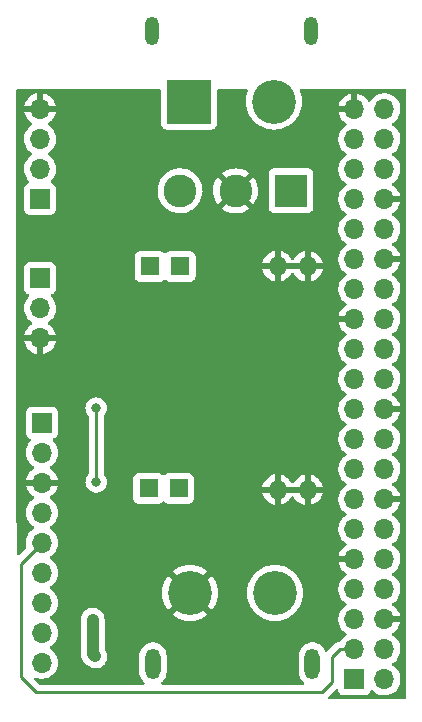
<source format=gbr>
%TF.GenerationSoftware,KiCad,Pcbnew,(6.0.5-0)*%
%TF.CreationDate,2024-03-03T23:29:24-05:00*%
%TF.ProjectId,CubeSat PCB V0.2,43756265-5361-4742-9050-43422056302e,rev?*%
%TF.SameCoordinates,Original*%
%TF.FileFunction,Copper,L2,Bot*%
%TF.FilePolarity,Positive*%
%FSLAX46Y46*%
G04 Gerber Fmt 4.6, Leading zero omitted, Abs format (unit mm)*
G04 Created by KiCad (PCBNEW (6.0.5-0)) date 2024-03-03 23:29:24*
%MOMM*%
%LPD*%
G01*
G04 APERTURE LIST*
%TA.AperFunction,ComponentPad*%
%ADD10R,2.775000X2.775000*%
%TD*%
%TA.AperFunction,ComponentPad*%
%ADD11C,2.775000*%
%TD*%
%TA.AperFunction,ComponentPad*%
%ADD12R,3.716000X3.716000*%
%TD*%
%TA.AperFunction,ComponentPad*%
%ADD13C,3.716000*%
%TD*%
%TA.AperFunction,ComponentPad*%
%ADD14O,1.200000X2.400000*%
%TD*%
%TA.AperFunction,ComponentPad*%
%ADD15R,1.600000X1.600000*%
%TD*%
%TA.AperFunction,ComponentPad*%
%ADD16O,1.600000X1.600000*%
%TD*%
%TA.AperFunction,ComponentPad*%
%ADD17O,1.300000X2.600000*%
%TD*%
%TA.AperFunction,ComponentPad*%
%ADD18R,1.700000X1.700000*%
%TD*%
%TA.AperFunction,ComponentPad*%
%ADD19O,1.700000X1.700000*%
%TD*%
%TA.AperFunction,ViaPad*%
%ADD20C,0.800000*%
%TD*%
%TA.AperFunction,Conductor*%
%ADD21C,0.250000*%
%TD*%
%TA.AperFunction,Conductor*%
%ADD22C,1.000000*%
%TD*%
G04 APERTURE END LIST*
D10*
%TO.P,SW1,1,A*%
%TO.N,Net-(J4-Pad2)*%
X109150000Y-77700000D03*
D11*
%TO.P,SW1,2,B*%
%TO.N,GND*%
X104450000Y-77700000D03*
%TO.P,SW1,3,C*%
%TO.N,unconnected-(SW1-Pad3)*%
X99750000Y-77700000D03*
%TD*%
D12*
%TO.P,J4,1,+*%
%TO.N,+BATT*%
X100500000Y-70150000D03*
D13*
%TO.P,J4,2,-*%
%TO.N,Net-(J4-Pad2)*%
X107700000Y-70150000D03*
D14*
%TO.P,J4,S1*%
%TO.N,N/C*%
X97350000Y-64150000D03*
%TO.P,J4,S2*%
X110850000Y-64150000D03*
%TD*%
D15*
%TO.P,U1,1,Vin*%
%TO.N,+BATT*%
X97209500Y-84098000D03*
X99749500Y-84098000D03*
D16*
%TO.P,U1,2,GND*%
%TO.N,GND*%
X108004500Y-84072600D03*
X110544500Y-84098000D03*
D15*
%TO.P,U1,3,Vout*%
%TO.N,+5V*%
X97082500Y-102894000D03*
X99622500Y-102894000D03*
D16*
%TO.P,U1,4,GND*%
%TO.N,GND*%
X110544500Y-103021000D03*
X108004500Y-102995600D03*
%TD*%
D13*
%TO.P,J6,1,-*%
%TO.N,GND*%
X100600000Y-111750000D03*
%TO.P,J6,2,+*%
%TO.N,+BATT*%
X107800000Y-111750000D03*
D17*
%TO.P,J6,S1,SHIELD*%
%TO.N,N/C*%
X97450000Y-117750000D03*
%TO.P,J6,S2,SHIELD*%
X110950000Y-117750000D03*
%TD*%
D18*
%TO.P,J5,1,Pin_1*%
%TO.N,+5V*%
X87900000Y-85100000D03*
D19*
%TO.P,J5,2,Pin_2*%
%TO.N,/led*%
X87900000Y-87640000D03*
%TO.P,J5,3,Pin_3*%
%TO.N,GND*%
X87900000Y-90180000D03*
%TD*%
D18*
%TO.P,J1,1,3V3*%
%TO.N,unconnected-(J1-Pad1)*%
X114505000Y-119055000D03*
D19*
%TO.P,J1,2,5V*%
%TO.N,+5V*%
X117045000Y-119055000D03*
%TO.P,J1,3,SDA/GPIO2*%
%TO.N,/SDA*%
X114505000Y-116515000D03*
%TO.P,J1,4,5V*%
%TO.N,+5V*%
X117045000Y-116515000D03*
%TO.P,J1,5,SCL/GPIO3*%
%TO.N,/SCL*%
X114505000Y-113975000D03*
%TO.P,J1,6,GND*%
%TO.N,GND*%
X117045000Y-113975000D03*
%TO.P,J1,7,GCLK0/GPIO4*%
%TO.N,unconnected-(J1-Pad7)*%
X114505000Y-111435000D03*
%TO.P,J1,8,GPIO14/TXD*%
%TO.N,unconnected-(J1-Pad8)*%
X117045000Y-111435000D03*
%TO.P,J1,9,GND*%
%TO.N,GND*%
X114505000Y-108895000D03*
%TO.P,J1,10,GPIO15/RXD*%
%TO.N,unconnected-(J1-Pad10)*%
X117045000Y-108895000D03*
%TO.P,J1,11,GPIO17*%
%TO.N,unconnected-(J1-Pad11)*%
X114505000Y-106355000D03*
%TO.P,J1,12,GPIO18/PWM0*%
%TO.N,/led*%
X117045000Y-106355000D03*
%TO.P,J1,13,GPIO27*%
%TO.N,unconnected-(J1-Pad13)*%
X114505000Y-103815000D03*
%TO.P,J1,14,GND*%
%TO.N,GND*%
X117045000Y-103815000D03*
%TO.P,J1,15,GPIO22*%
%TO.N,unconnected-(J1-Pad15)*%
X114505000Y-101275000D03*
%TO.P,J1,16,GPIO23*%
%TO.N,unconnected-(J1-Pad16)*%
X117045000Y-101275000D03*
%TO.P,J1,17,3V3*%
%TO.N,unconnected-(J1-Pad17)*%
X114505000Y-98735000D03*
%TO.P,J1,18,GPIO24*%
%TO.N,unconnected-(J1-Pad18)*%
X117045000Y-98735000D03*
%TO.P,J1,19,MOSI0/GPIO10*%
%TO.N,unconnected-(J1-Pad19)*%
X114505000Y-96195000D03*
%TO.P,J1,20,GND*%
%TO.N,GND*%
X117045000Y-96195000D03*
%TO.P,J1,21,MISO0/GPIO9*%
%TO.N,unconnected-(J1-Pad21)*%
X114505000Y-93655000D03*
%TO.P,J1,22,GPIO25*%
%TO.N,unconnected-(J1-Pad22)*%
X117045000Y-93655000D03*
%TO.P,J1,23,SCLK0/GPIO11*%
%TO.N,unconnected-(J1-Pad23)*%
X114505000Y-91115000D03*
%TO.P,J1,24,~{CE0}/GPIO8*%
%TO.N,unconnected-(J1-Pad24)*%
X117045000Y-91115000D03*
%TO.P,J1,25,GND*%
%TO.N,GND*%
X114505000Y-88575000D03*
%TO.P,J1,26,~{CE1}/GPIO7*%
%TO.N,unconnected-(J1-Pad26)*%
X117045000Y-88575000D03*
%TO.P,J1,27,ID_SD/GPIO0*%
%TO.N,unconnected-(J1-Pad27)*%
X114505000Y-86035000D03*
%TO.P,J1,28,ID_SC/GPIO1*%
%TO.N,unconnected-(J1-Pad28)*%
X117045000Y-86035000D03*
%TO.P,J1,29,GCLK1/GPIO5*%
%TO.N,unconnected-(J1-Pad29)*%
X114505000Y-83495000D03*
%TO.P,J1,30,GND*%
%TO.N,GND*%
X117045000Y-83495000D03*
%TO.P,J1,31,GCLK2/GPIO6*%
%TO.N,unconnected-(J1-Pad31)*%
X114505000Y-80955000D03*
%TO.P,J1,32,PWM0/GPIO12*%
%TO.N,unconnected-(J1-Pad32)*%
X117045000Y-80955000D03*
%TO.P,J1,33,PWM1/GPIO13*%
%TO.N,unconnected-(J1-Pad33)*%
X114505000Y-78415000D03*
%TO.P,J1,34,GND*%
%TO.N,GND*%
X117045000Y-78415000D03*
%TO.P,J1,35,GPIO19/MISO1*%
%TO.N,unconnected-(J1-Pad35)*%
X114505000Y-75875000D03*
%TO.P,J1,36,GPIO16*%
%TO.N,unconnected-(J1-Pad36)*%
X117045000Y-75875000D03*
%TO.P,J1,37,GPIO26*%
%TO.N,unconnected-(J1-Pad37)*%
X114505000Y-73335000D03*
%TO.P,J1,38,GPIO20/MOSI1*%
%TO.N,unconnected-(J1-Pad38)*%
X117045000Y-73335000D03*
%TO.P,J1,39,GND*%
%TO.N,GND*%
X114505000Y-70795000D03*
%TO.P,J1,40,GPIO21/SCLK1*%
%TO.N,unconnected-(J1-Pad40)*%
X117045000Y-70795000D03*
%TD*%
D18*
%TO.P,J2,1,Pin_1*%
%TO.N,+5V*%
X87900000Y-78400000D03*
D19*
%TO.P,J2,2,Pin_2*%
%TO.N,/SDA*%
X87900000Y-75860000D03*
%TO.P,J2,3,Pin_3*%
%TO.N,/SCL*%
X87900000Y-73320000D03*
%TO.P,J2,4,Pin_4*%
%TO.N,GND*%
X87900000Y-70780000D03*
%TD*%
D18*
%TO.P,J3,1,Pin_1*%
%TO.N,+5V*%
X88050000Y-97330000D03*
D19*
%TO.P,J3,2,Pin_2*%
%TO.N,unconnected-(J3-Pad2)*%
X88050000Y-99870000D03*
%TO.P,J3,3,Pin_3*%
%TO.N,GND*%
X88050000Y-102410000D03*
%TO.P,J3,4,Pin_4*%
%TO.N,/SCL*%
X88050000Y-104950000D03*
%TO.P,J3,5,Pin_5*%
%TO.N,/SDA*%
X88050000Y-107490000D03*
%TO.P,J3,6,Pin_6*%
%TO.N,unconnected-(J3-Pad6)*%
X88050000Y-110030000D03*
%TO.P,J3,7,Pin_7*%
%TO.N,unconnected-(J3-Pad7)*%
X88050000Y-112570000D03*
%TO.P,J3,8,Pin_8*%
%TO.N,unconnected-(J3-Pad8)*%
X88050000Y-115110000D03*
%TO.P,J3,9,Pin_9*%
%TO.N,unconnected-(J3-Pad9)*%
X88050000Y-117650000D03*
%TD*%
D20*
%TO.N,/SCL*%
X92650000Y-102350000D03*
X92650000Y-96100000D03*
%TO.N,+5V*%
X92350000Y-114000000D03*
X92575000Y-117125000D03*
%TD*%
D21*
%TO.N,/SDA*%
X111800000Y-120150000D02*
X87550000Y-120150000D01*
X112650000Y-117150000D02*
X112650000Y-119300000D01*
X113285000Y-116515000D02*
X112650000Y-117150000D01*
X86250000Y-118850000D02*
X86250000Y-109290000D01*
X114505000Y-116515000D02*
X113285000Y-116515000D01*
X112650000Y-119300000D02*
X111800000Y-120150000D01*
X86250000Y-109290000D02*
X88050000Y-107490000D01*
X87550000Y-120150000D02*
X86250000Y-118850000D01*
%TO.N,/SCL*%
X92650000Y-102350000D02*
X92650000Y-96100000D01*
D22*
%TO.N,+5V*%
X92350000Y-116900000D02*
X92575000Y-117125000D01*
X92350000Y-114000000D02*
X92350000Y-116900000D01*
%TD*%
%TA.AperFunction,Conductor*%
%TO.N,GND*%
G36*
X98075621Y-69095002D02*
G01*
X98122114Y-69148658D01*
X98133500Y-69201000D01*
X98133500Y-72056134D01*
X98140255Y-72118316D01*
X98191385Y-72254705D01*
X98278739Y-72371261D01*
X98395295Y-72458615D01*
X98531684Y-72509745D01*
X98593866Y-72516500D01*
X102406134Y-72516500D01*
X102468316Y-72509745D01*
X102604705Y-72458615D01*
X102721261Y-72371261D01*
X102808615Y-72254705D01*
X102859745Y-72118316D01*
X102866500Y-72056134D01*
X102866500Y-69201000D01*
X102886502Y-69132879D01*
X102940158Y-69086386D01*
X102992500Y-69075000D01*
X105390022Y-69075000D01*
X105458143Y-69095002D01*
X105504636Y-69148658D01*
X105514740Y-69218932D01*
X105508351Y-69242233D01*
X105508948Y-69242436D01*
X105428310Y-69479989D01*
X105409232Y-69536190D01*
X105408428Y-69540234D01*
X105408426Y-69540240D01*
X105356311Y-69802240D01*
X105348711Y-69840447D01*
X105348442Y-69844552D01*
X105348441Y-69844559D01*
X105330937Y-70111623D01*
X105328422Y-70150000D01*
X105348711Y-70459553D01*
X105349513Y-70463586D01*
X105349514Y-70463592D01*
X105408426Y-70759760D01*
X105409232Y-70763810D01*
X105410559Y-70767719D01*
X105410560Y-70767723D01*
X105507622Y-71053658D01*
X105508948Y-71057564D01*
X105511612Y-71062966D01*
X105621732Y-71286267D01*
X105646153Y-71335789D01*
X105818501Y-71593725D01*
X106023041Y-71826959D01*
X106256275Y-72031499D01*
X106514211Y-72203847D01*
X106517910Y-72205671D01*
X106517915Y-72205674D01*
X106600291Y-72246297D01*
X106792436Y-72341052D01*
X106796341Y-72342377D01*
X106796342Y-72342378D01*
X107082277Y-72439440D01*
X107082281Y-72439441D01*
X107086190Y-72440768D01*
X107090234Y-72441572D01*
X107090240Y-72441574D01*
X107386408Y-72500486D01*
X107386414Y-72500487D01*
X107390447Y-72501289D01*
X107394552Y-72501558D01*
X107394559Y-72501559D01*
X107695881Y-72521308D01*
X107700000Y-72521578D01*
X107704119Y-72521308D01*
X108005441Y-72501559D01*
X108005448Y-72501558D01*
X108009553Y-72501289D01*
X108013586Y-72500487D01*
X108013592Y-72500486D01*
X108309760Y-72441574D01*
X108309766Y-72441572D01*
X108313810Y-72440768D01*
X108317719Y-72439441D01*
X108317723Y-72439440D01*
X108603658Y-72342378D01*
X108603659Y-72342377D01*
X108607564Y-72341052D01*
X108799709Y-72246297D01*
X108882085Y-72205674D01*
X108882090Y-72205671D01*
X108885789Y-72203847D01*
X109143725Y-72031499D01*
X109376959Y-71826959D01*
X109581499Y-71593725D01*
X109753847Y-71335789D01*
X109778269Y-71286267D01*
X109888388Y-71062966D01*
X109891052Y-71057564D01*
X109892378Y-71053658D01*
X109989440Y-70767723D01*
X109989441Y-70767719D01*
X109990768Y-70763810D01*
X109991574Y-70759760D01*
X110037439Y-70529183D01*
X113169389Y-70529183D01*
X113170912Y-70537607D01*
X113183292Y-70541000D01*
X114232885Y-70541000D01*
X114248124Y-70536525D01*
X114249329Y-70535135D01*
X114251000Y-70527452D01*
X114251000Y-69478102D01*
X114247082Y-69464758D01*
X114232806Y-69462771D01*
X114194324Y-69468660D01*
X114184288Y-69471051D01*
X113981868Y-69537212D01*
X113972359Y-69541209D01*
X113783463Y-69639542D01*
X113774738Y-69645036D01*
X113604433Y-69772905D01*
X113596726Y-69779748D01*
X113449590Y-69933717D01*
X113443104Y-69941727D01*
X113323098Y-70117649D01*
X113318000Y-70126623D01*
X113228338Y-70319783D01*
X113224775Y-70329470D01*
X113169389Y-70529183D01*
X110037439Y-70529183D01*
X110050486Y-70463592D01*
X110050487Y-70463586D01*
X110051289Y-70459553D01*
X110071578Y-70150000D01*
X110069063Y-70111623D01*
X110051559Y-69844559D01*
X110051558Y-69844552D01*
X110051289Y-69840447D01*
X110043690Y-69802240D01*
X109991574Y-69540240D01*
X109991572Y-69540234D01*
X109990768Y-69536190D01*
X109971691Y-69479989D01*
X109891052Y-69242436D01*
X109892770Y-69241853D01*
X109885986Y-69178596D01*
X109917782Y-69115117D01*
X109978850Y-69078906D01*
X110009978Y-69075000D01*
X118774000Y-69075000D01*
X118842121Y-69095002D01*
X118888614Y-69148658D01*
X118900000Y-69201000D01*
X118900000Y-120574382D01*
X118879998Y-120642503D01*
X118826342Y-120688996D01*
X118774382Y-120700381D01*
X117230295Y-120705067D01*
X112430838Y-120719633D01*
X112362660Y-120699839D01*
X112316005Y-120646325D01*
X112305688Y-120576082D01*
X112334985Y-120511412D01*
X112341364Y-120504540D01*
X112935681Y-119910223D01*
X112997993Y-119876197D01*
X113068808Y-119881262D01*
X113125644Y-119923809D01*
X113150039Y-119985711D01*
X113152401Y-120007460D01*
X113152402Y-120007464D01*
X113153255Y-120015316D01*
X113204385Y-120151705D01*
X113291739Y-120268261D01*
X113408295Y-120355615D01*
X113544684Y-120406745D01*
X113606866Y-120413500D01*
X115403134Y-120413500D01*
X115465316Y-120406745D01*
X115601705Y-120355615D01*
X115718261Y-120268261D01*
X115805615Y-120151705D01*
X115827799Y-120092529D01*
X115849598Y-120034382D01*
X115892240Y-119977618D01*
X115958802Y-119952918D01*
X116028150Y-119968126D01*
X116062817Y-119996114D01*
X116091250Y-120028938D01*
X116263126Y-120171632D01*
X116456000Y-120284338D01*
X116664692Y-120364030D01*
X116669760Y-120365061D01*
X116669763Y-120365062D01*
X116777017Y-120386883D01*
X116883597Y-120408567D01*
X116888772Y-120408757D01*
X116888774Y-120408757D01*
X117101673Y-120416564D01*
X117101677Y-120416564D01*
X117106837Y-120416753D01*
X117111957Y-120416097D01*
X117111959Y-120416097D01*
X117323288Y-120389025D01*
X117323289Y-120389025D01*
X117328416Y-120388368D01*
X117333366Y-120386883D01*
X117537429Y-120325661D01*
X117537434Y-120325659D01*
X117542384Y-120324174D01*
X117742994Y-120225896D01*
X117924860Y-120096173D01*
X118083096Y-119938489D01*
X118213453Y-119757077D01*
X118262447Y-119657946D01*
X118310136Y-119561453D01*
X118310137Y-119561451D01*
X118312430Y-119556811D01*
X118351000Y-119429863D01*
X118375865Y-119348023D01*
X118375865Y-119348021D01*
X118377370Y-119343069D01*
X118406529Y-119121590D01*
X118408156Y-119055000D01*
X118389852Y-118832361D01*
X118335431Y-118615702D01*
X118246354Y-118410840D01*
X118125014Y-118223277D01*
X117974670Y-118058051D01*
X117970619Y-118054852D01*
X117970615Y-118054848D01*
X117803414Y-117922800D01*
X117803410Y-117922798D01*
X117799359Y-117919598D01*
X117758053Y-117896796D01*
X117708084Y-117846364D01*
X117693312Y-117776921D01*
X117718428Y-117710516D01*
X117745780Y-117683909D01*
X117802734Y-117643284D01*
X117924860Y-117556173D01*
X118083096Y-117398489D01*
X118159895Y-117291612D01*
X118210435Y-117221277D01*
X118213453Y-117217077D01*
X118218951Y-117205954D01*
X118310136Y-117021453D01*
X118310137Y-117021451D01*
X118312430Y-117016811D01*
X118364636Y-116844981D01*
X118375865Y-116808023D01*
X118375865Y-116808021D01*
X118377370Y-116803069D01*
X118406529Y-116581590D01*
X118408156Y-116515000D01*
X118389852Y-116292361D01*
X118335431Y-116075702D01*
X118246354Y-115870840D01*
X118125014Y-115683277D01*
X117974670Y-115518051D01*
X117970619Y-115514852D01*
X117970615Y-115514848D01*
X117803414Y-115382800D01*
X117803410Y-115382798D01*
X117799359Y-115379598D01*
X117757569Y-115356529D01*
X117707598Y-115306097D01*
X117692826Y-115236654D01*
X117717942Y-115170248D01*
X117745294Y-115143641D01*
X117920328Y-115018792D01*
X117928200Y-115012139D01*
X118079052Y-114861812D01*
X118085730Y-114853965D01*
X118210003Y-114681020D01*
X118215313Y-114672183D01*
X118309670Y-114481267D01*
X118313469Y-114471672D01*
X118375377Y-114267910D01*
X118377555Y-114257837D01*
X118378986Y-114246962D01*
X118376775Y-114232778D01*
X118363617Y-114229000D01*
X116917000Y-114229000D01*
X116848879Y-114208998D01*
X116802386Y-114155342D01*
X116791000Y-114103000D01*
X116791000Y-113847000D01*
X116811002Y-113778879D01*
X116864658Y-113732386D01*
X116917000Y-113721000D01*
X118363344Y-113721000D01*
X118376875Y-113717027D01*
X118378180Y-113707947D01*
X118336214Y-113540875D01*
X118332894Y-113531124D01*
X118247972Y-113335814D01*
X118243105Y-113326739D01*
X118127426Y-113147926D01*
X118121136Y-113139757D01*
X117977806Y-112982240D01*
X117970273Y-112975215D01*
X117803139Y-112843222D01*
X117794556Y-112837520D01*
X117757602Y-112817120D01*
X117707631Y-112766687D01*
X117692859Y-112697245D01*
X117717975Y-112630839D01*
X117745327Y-112604232D01*
X117788601Y-112573365D01*
X117924860Y-112476173D01*
X118083096Y-112318489D01*
X118142594Y-112235689D01*
X118210435Y-112141277D01*
X118213453Y-112137077D01*
X118218951Y-112125954D01*
X118310136Y-111941453D01*
X118310137Y-111941451D01*
X118312430Y-111936811D01*
X118372098Y-111740420D01*
X118375865Y-111728023D01*
X118375865Y-111728021D01*
X118377370Y-111723069D01*
X118406529Y-111501590D01*
X118407921Y-111444627D01*
X118408074Y-111438365D01*
X118408074Y-111438361D01*
X118408156Y-111435000D01*
X118389852Y-111212361D01*
X118335431Y-110995702D01*
X118246354Y-110790840D01*
X118125014Y-110603277D01*
X117974670Y-110438051D01*
X117970619Y-110434852D01*
X117970615Y-110434848D01*
X117803414Y-110302800D01*
X117803410Y-110302798D01*
X117799359Y-110299598D01*
X117758053Y-110276796D01*
X117708084Y-110226364D01*
X117693312Y-110156921D01*
X117718428Y-110090516D01*
X117745780Y-110063909D01*
X117798021Y-110026646D01*
X117924860Y-109936173D01*
X117942722Y-109918374D01*
X118079435Y-109782137D01*
X118083096Y-109778489D01*
X118213453Y-109597077D01*
X118218951Y-109585954D01*
X118310136Y-109401453D01*
X118310137Y-109401451D01*
X118312430Y-109396811D01*
X118371431Y-109202617D01*
X118375865Y-109188023D01*
X118375865Y-109188021D01*
X118377370Y-109183069D01*
X118406529Y-108961590D01*
X118408156Y-108895000D01*
X118389852Y-108672361D01*
X118335431Y-108455702D01*
X118246354Y-108250840D01*
X118125014Y-108063277D01*
X117974670Y-107898051D01*
X117970619Y-107894852D01*
X117970615Y-107894848D01*
X117803414Y-107762800D01*
X117803410Y-107762798D01*
X117799359Y-107759598D01*
X117758053Y-107736796D01*
X117708084Y-107686364D01*
X117693312Y-107616921D01*
X117718428Y-107550516D01*
X117745780Y-107523909D01*
X117798021Y-107486646D01*
X117924860Y-107396173D01*
X118083096Y-107238489D01*
X118142594Y-107155689D01*
X118210435Y-107061277D01*
X118213453Y-107057077D01*
X118218951Y-107045954D01*
X118310136Y-106861453D01*
X118310137Y-106861451D01*
X118312430Y-106856811D01*
X118371431Y-106662617D01*
X118375865Y-106648023D01*
X118375865Y-106648021D01*
X118377370Y-106643069D01*
X118406529Y-106421590D01*
X118408156Y-106355000D01*
X118389852Y-106132361D01*
X118335431Y-105915702D01*
X118246354Y-105710840D01*
X118205337Y-105647438D01*
X118127822Y-105527617D01*
X118127820Y-105527614D01*
X118125014Y-105523277D01*
X117974670Y-105358051D01*
X117970619Y-105354852D01*
X117970615Y-105354848D01*
X117803414Y-105222800D01*
X117803410Y-105222798D01*
X117799359Y-105219598D01*
X117757569Y-105196529D01*
X117707598Y-105146097D01*
X117692826Y-105076654D01*
X117717942Y-105010248D01*
X117745294Y-104983641D01*
X117920328Y-104858792D01*
X117928200Y-104852139D01*
X118079052Y-104701812D01*
X118085730Y-104693965D01*
X118210003Y-104521020D01*
X118215313Y-104512183D01*
X118309670Y-104321267D01*
X118313469Y-104311672D01*
X118375377Y-104107910D01*
X118377555Y-104097837D01*
X118378986Y-104086962D01*
X118376775Y-104072778D01*
X118363617Y-104069000D01*
X116917000Y-104069000D01*
X116848879Y-104048998D01*
X116802386Y-103995342D01*
X116791000Y-103943000D01*
X116791000Y-103687000D01*
X116811002Y-103618879D01*
X116864658Y-103572386D01*
X116917000Y-103561000D01*
X118363344Y-103561000D01*
X118376875Y-103557027D01*
X118378180Y-103547947D01*
X118336214Y-103380875D01*
X118332894Y-103371124D01*
X118247972Y-103175814D01*
X118243105Y-103166739D01*
X118127426Y-102987926D01*
X118121136Y-102979757D01*
X117977806Y-102822240D01*
X117970273Y-102815215D01*
X117803139Y-102683222D01*
X117794556Y-102677520D01*
X117757602Y-102657120D01*
X117707631Y-102606687D01*
X117692859Y-102537245D01*
X117717975Y-102470839D01*
X117745327Y-102444232D01*
X117768797Y-102427491D01*
X117924860Y-102316173D01*
X118083096Y-102158489D01*
X118087740Y-102152027D01*
X118210435Y-101981277D01*
X118213453Y-101977077D01*
X118218867Y-101966124D01*
X118310136Y-101781453D01*
X118310137Y-101781451D01*
X118312430Y-101776811D01*
X118377370Y-101563069D01*
X118406529Y-101341590D01*
X118408156Y-101275000D01*
X118389852Y-101052361D01*
X118335431Y-100835702D01*
X118246354Y-100630840D01*
X118205337Y-100567438D01*
X118127822Y-100447617D01*
X118127820Y-100447614D01*
X118125014Y-100443277D01*
X117974670Y-100278051D01*
X117970619Y-100274852D01*
X117970615Y-100274848D01*
X117803414Y-100142800D01*
X117803410Y-100142798D01*
X117799359Y-100139598D01*
X117758053Y-100116796D01*
X117708084Y-100066364D01*
X117693312Y-99996921D01*
X117718428Y-99930516D01*
X117745780Y-99903909D01*
X117798021Y-99866646D01*
X117924860Y-99776173D01*
X118083096Y-99618489D01*
X118142594Y-99535689D01*
X118210435Y-99441277D01*
X118213453Y-99437077D01*
X118218951Y-99425954D01*
X118310136Y-99241453D01*
X118310137Y-99241451D01*
X118312430Y-99236811D01*
X118371431Y-99042617D01*
X118375865Y-99028023D01*
X118375865Y-99028021D01*
X118377370Y-99023069D01*
X118406529Y-98801590D01*
X118406965Y-98783738D01*
X118408074Y-98738365D01*
X118408074Y-98738361D01*
X118408156Y-98735000D01*
X118389852Y-98512361D01*
X118335431Y-98295702D01*
X118246354Y-98090840D01*
X118125014Y-97903277D01*
X117974670Y-97738051D01*
X117970619Y-97734852D01*
X117970615Y-97734848D01*
X117803414Y-97602800D01*
X117803410Y-97602798D01*
X117799359Y-97599598D01*
X117757569Y-97576529D01*
X117707598Y-97526097D01*
X117692826Y-97456654D01*
X117717942Y-97390248D01*
X117745294Y-97363641D01*
X117920328Y-97238792D01*
X117928200Y-97232139D01*
X118079052Y-97081812D01*
X118085730Y-97073965D01*
X118210003Y-96901020D01*
X118215313Y-96892183D01*
X118309670Y-96701267D01*
X118313469Y-96691672D01*
X118375377Y-96487910D01*
X118377555Y-96477837D01*
X118378986Y-96466962D01*
X118376775Y-96452778D01*
X118363617Y-96449000D01*
X116917000Y-96449000D01*
X116848879Y-96428998D01*
X116802386Y-96375342D01*
X116791000Y-96323000D01*
X116791000Y-96067000D01*
X116811002Y-95998879D01*
X116864658Y-95952386D01*
X116917000Y-95941000D01*
X118363344Y-95941000D01*
X118376875Y-95937027D01*
X118378180Y-95927947D01*
X118336214Y-95760875D01*
X118332894Y-95751124D01*
X118247972Y-95555814D01*
X118243105Y-95546739D01*
X118127426Y-95367926D01*
X118121136Y-95359757D01*
X117977806Y-95202240D01*
X117970273Y-95195215D01*
X117803139Y-95063222D01*
X117794556Y-95057520D01*
X117757602Y-95037120D01*
X117707631Y-94986687D01*
X117692859Y-94917245D01*
X117717975Y-94850839D01*
X117745327Y-94824232D01*
X117768797Y-94807491D01*
X117924860Y-94696173D01*
X118083096Y-94538489D01*
X118142594Y-94455689D01*
X118210435Y-94361277D01*
X118213453Y-94357077D01*
X118234320Y-94314857D01*
X118310136Y-94161453D01*
X118310137Y-94161451D01*
X118312430Y-94156811D01*
X118377370Y-93943069D01*
X118406529Y-93721590D01*
X118408156Y-93655000D01*
X118389852Y-93432361D01*
X118335431Y-93215702D01*
X118246354Y-93010840D01*
X118125014Y-92823277D01*
X117974670Y-92658051D01*
X117970619Y-92654852D01*
X117970615Y-92654848D01*
X117803414Y-92522800D01*
X117803410Y-92522798D01*
X117799359Y-92519598D01*
X117758053Y-92496796D01*
X117708084Y-92446364D01*
X117693312Y-92376921D01*
X117718428Y-92310516D01*
X117745780Y-92283909D01*
X117789603Y-92252650D01*
X117924860Y-92156173D01*
X118083096Y-91998489D01*
X118142594Y-91915689D01*
X118210435Y-91821277D01*
X118213453Y-91817077D01*
X118234320Y-91774857D01*
X118310136Y-91621453D01*
X118310137Y-91621451D01*
X118312430Y-91616811D01*
X118377370Y-91403069D01*
X118406529Y-91181590D01*
X118408156Y-91115000D01*
X118389852Y-90892361D01*
X118335431Y-90675702D01*
X118246354Y-90470840D01*
X118125014Y-90283277D01*
X117974670Y-90118051D01*
X117970619Y-90114852D01*
X117970615Y-90114848D01*
X117803414Y-89982800D01*
X117803410Y-89982798D01*
X117799359Y-89979598D01*
X117758053Y-89956796D01*
X117708084Y-89906364D01*
X117693312Y-89836921D01*
X117718428Y-89770516D01*
X117745780Y-89743909D01*
X117800633Y-89704783D01*
X117924860Y-89616173D01*
X118083096Y-89458489D01*
X118213453Y-89277077D01*
X118226995Y-89249678D01*
X118310136Y-89081453D01*
X118310137Y-89081451D01*
X118312430Y-89076811D01*
X118377370Y-88863069D01*
X118406529Y-88641590D01*
X118408156Y-88575000D01*
X118389852Y-88352361D01*
X118335431Y-88135702D01*
X118246354Y-87930840D01*
X118125014Y-87743277D01*
X117974670Y-87578051D01*
X117970619Y-87574852D01*
X117970615Y-87574848D01*
X117803414Y-87442800D01*
X117803410Y-87442798D01*
X117799359Y-87439598D01*
X117758053Y-87416796D01*
X117708084Y-87366364D01*
X117693312Y-87296921D01*
X117718428Y-87230516D01*
X117745780Y-87203909D01*
X117800875Y-87164610D01*
X117924860Y-87076173D01*
X118083096Y-86918489D01*
X118142594Y-86835689D01*
X118210435Y-86741277D01*
X118213453Y-86737077D01*
X118234320Y-86694857D01*
X118310136Y-86541453D01*
X118310137Y-86541451D01*
X118312430Y-86536811D01*
X118377370Y-86323069D01*
X118406529Y-86101590D01*
X118407357Y-86067715D01*
X118408074Y-86038365D01*
X118408074Y-86038361D01*
X118408156Y-86035000D01*
X118389852Y-85812361D01*
X118335431Y-85595702D01*
X118246354Y-85390840D01*
X118143551Y-85231931D01*
X118127822Y-85207617D01*
X118127820Y-85207614D01*
X118125014Y-85203277D01*
X117974670Y-85038051D01*
X117970619Y-85034852D01*
X117970615Y-85034848D01*
X117803414Y-84902800D01*
X117803410Y-84902798D01*
X117799359Y-84899598D01*
X117757569Y-84876529D01*
X117707598Y-84826097D01*
X117692826Y-84756654D01*
X117717942Y-84690248D01*
X117745294Y-84663641D01*
X117920328Y-84538792D01*
X117928200Y-84532139D01*
X118079052Y-84381812D01*
X118085730Y-84373965D01*
X118210003Y-84201020D01*
X118215313Y-84192183D01*
X118309670Y-84001267D01*
X118313469Y-83991672D01*
X118375377Y-83787910D01*
X118377555Y-83777837D01*
X118378986Y-83766962D01*
X118376775Y-83752778D01*
X118363617Y-83749000D01*
X116917000Y-83749000D01*
X116848879Y-83728998D01*
X116802386Y-83675342D01*
X116791000Y-83623000D01*
X116791000Y-83367000D01*
X116811002Y-83298879D01*
X116864658Y-83252386D01*
X116917000Y-83241000D01*
X118363344Y-83241000D01*
X118376875Y-83237027D01*
X118378180Y-83227947D01*
X118336214Y-83060875D01*
X118332894Y-83051124D01*
X118247972Y-82855814D01*
X118243105Y-82846739D01*
X118127426Y-82667926D01*
X118121136Y-82659757D01*
X117977806Y-82502240D01*
X117970273Y-82495215D01*
X117803139Y-82363222D01*
X117794556Y-82357520D01*
X117757602Y-82337120D01*
X117707631Y-82286687D01*
X117692859Y-82217245D01*
X117717975Y-82150839D01*
X117745327Y-82124232D01*
X117768797Y-82107491D01*
X117924860Y-81996173D01*
X118083096Y-81838489D01*
X118142594Y-81755689D01*
X118210435Y-81661277D01*
X118213453Y-81657077D01*
X118234320Y-81614857D01*
X118310136Y-81461453D01*
X118310137Y-81461451D01*
X118312430Y-81456811D01*
X118377370Y-81243069D01*
X118406529Y-81021590D01*
X118408156Y-80955000D01*
X118389852Y-80732361D01*
X118335431Y-80515702D01*
X118246354Y-80310840D01*
X118125014Y-80123277D01*
X117974670Y-79958051D01*
X117970619Y-79954852D01*
X117970615Y-79954848D01*
X117803414Y-79822800D01*
X117803410Y-79822798D01*
X117799359Y-79819598D01*
X117757569Y-79796529D01*
X117707598Y-79746097D01*
X117692826Y-79676654D01*
X117717942Y-79610248D01*
X117745294Y-79583641D01*
X117920328Y-79458792D01*
X117928200Y-79452139D01*
X118079052Y-79301812D01*
X118085730Y-79293965D01*
X118210003Y-79121020D01*
X118215313Y-79112183D01*
X118309670Y-78921267D01*
X118313469Y-78911672D01*
X118375377Y-78707910D01*
X118377555Y-78697837D01*
X118378986Y-78686962D01*
X118376775Y-78672778D01*
X118363617Y-78669000D01*
X116917000Y-78669000D01*
X116848879Y-78648998D01*
X116802386Y-78595342D01*
X116791000Y-78543000D01*
X116791000Y-78287000D01*
X116811002Y-78218879D01*
X116864658Y-78172386D01*
X116917000Y-78161000D01*
X118363344Y-78161000D01*
X118376875Y-78157027D01*
X118378180Y-78147947D01*
X118336214Y-77980875D01*
X118332894Y-77971124D01*
X118247972Y-77775814D01*
X118243105Y-77766739D01*
X118127426Y-77587926D01*
X118121136Y-77579757D01*
X117977806Y-77422240D01*
X117970273Y-77415215D01*
X117803139Y-77283222D01*
X117794556Y-77277520D01*
X117757602Y-77257120D01*
X117707631Y-77206687D01*
X117692859Y-77137245D01*
X117717975Y-77070839D01*
X117745327Y-77044232D01*
X117790069Y-77012318D01*
X117924860Y-76916173D01*
X117941000Y-76900090D01*
X118079435Y-76762137D01*
X118083096Y-76758489D01*
X118096891Y-76739292D01*
X118210435Y-76581277D01*
X118213453Y-76577077D01*
X118220867Y-76562077D01*
X118310136Y-76381453D01*
X118310137Y-76381451D01*
X118312430Y-76376811D01*
X118377370Y-76163069D01*
X118406529Y-75941590D01*
X118406611Y-75938240D01*
X118408074Y-75878365D01*
X118408074Y-75878361D01*
X118408156Y-75875000D01*
X118389852Y-75652361D01*
X118335431Y-75435702D01*
X118246354Y-75230840D01*
X118125014Y-75043277D01*
X117974670Y-74878051D01*
X117970619Y-74874852D01*
X117970615Y-74874848D01*
X117803414Y-74742800D01*
X117803410Y-74742798D01*
X117799359Y-74739598D01*
X117758053Y-74716796D01*
X117708084Y-74666364D01*
X117693312Y-74596921D01*
X117718428Y-74530516D01*
X117745780Y-74503909D01*
X117789603Y-74472650D01*
X117924860Y-74376173D01*
X118083096Y-74218489D01*
X118096891Y-74199292D01*
X118210435Y-74041277D01*
X118213453Y-74037077D01*
X118220867Y-74022077D01*
X118310136Y-73841453D01*
X118310137Y-73841451D01*
X118312430Y-73836811D01*
X118377370Y-73623069D01*
X118406529Y-73401590D01*
X118406611Y-73398240D01*
X118408074Y-73338365D01*
X118408074Y-73338361D01*
X118408156Y-73335000D01*
X118389852Y-73112361D01*
X118335431Y-72895702D01*
X118246354Y-72690840D01*
X118206906Y-72629862D01*
X118127822Y-72507617D01*
X118127820Y-72507614D01*
X118125014Y-72503277D01*
X117974670Y-72338051D01*
X117970619Y-72334852D01*
X117970615Y-72334848D01*
X117803414Y-72202800D01*
X117803410Y-72202798D01*
X117799359Y-72199598D01*
X117758053Y-72176796D01*
X117708084Y-72126364D01*
X117693312Y-72056921D01*
X117718428Y-71990516D01*
X117745780Y-71963909D01*
X117789603Y-71932650D01*
X117924860Y-71836173D01*
X117937285Y-71823792D01*
X118079435Y-71682137D01*
X118083096Y-71678489D01*
X118213453Y-71497077D01*
X118226995Y-71469678D01*
X118310136Y-71301453D01*
X118310137Y-71301451D01*
X118312430Y-71296811D01*
X118377370Y-71083069D01*
X118406529Y-70861590D01*
X118408156Y-70795000D01*
X118389852Y-70572361D01*
X118335431Y-70355702D01*
X118246354Y-70150840D01*
X118125014Y-69963277D01*
X117974670Y-69798051D01*
X117970619Y-69794852D01*
X117970615Y-69794848D01*
X117803414Y-69662800D01*
X117803410Y-69662798D01*
X117799359Y-69659598D01*
X117778752Y-69648222D01*
X117735855Y-69624542D01*
X117603789Y-69551638D01*
X117598920Y-69549914D01*
X117598916Y-69549912D01*
X117398087Y-69478795D01*
X117398083Y-69478794D01*
X117393212Y-69477069D01*
X117388119Y-69476162D01*
X117388116Y-69476161D01*
X117178373Y-69438800D01*
X117178367Y-69438799D01*
X117173284Y-69437894D01*
X117099452Y-69436992D01*
X116955081Y-69435228D01*
X116955079Y-69435228D01*
X116949911Y-69435165D01*
X116729091Y-69468955D01*
X116516756Y-69538357D01*
X116438455Y-69579118D01*
X116340643Y-69630036D01*
X116318607Y-69641507D01*
X116314474Y-69644610D01*
X116314471Y-69644612D01*
X116290247Y-69662800D01*
X116139965Y-69775635D01*
X116136393Y-69779373D01*
X116003233Y-69918717D01*
X115985629Y-69937138D01*
X115982715Y-69941410D01*
X115982714Y-69941411D01*
X115877898Y-70095066D01*
X115822987Y-70140069D01*
X115752462Y-70148240D01*
X115688715Y-70116986D01*
X115668018Y-70092502D01*
X115587426Y-69967926D01*
X115581136Y-69959757D01*
X115437806Y-69802240D01*
X115430273Y-69795215D01*
X115263139Y-69663222D01*
X115254552Y-69657517D01*
X115068117Y-69554599D01*
X115058705Y-69550369D01*
X114857959Y-69479280D01*
X114847988Y-69476646D01*
X114776837Y-69463972D01*
X114763540Y-69465432D01*
X114759000Y-69479989D01*
X114759000Y-70923000D01*
X114738998Y-70991121D01*
X114685342Y-71037614D01*
X114633000Y-71049000D01*
X113188225Y-71049000D01*
X113174694Y-71052973D01*
X113173257Y-71062966D01*
X113203565Y-71197446D01*
X113206645Y-71207275D01*
X113286770Y-71404603D01*
X113291413Y-71413794D01*
X113402694Y-71595388D01*
X113408777Y-71603699D01*
X113548213Y-71764667D01*
X113555580Y-71771883D01*
X113719434Y-71907916D01*
X113727881Y-71913831D01*
X113796969Y-71954203D01*
X113845693Y-72005842D01*
X113858764Y-72075625D01*
X113832033Y-72141396D01*
X113791584Y-72174752D01*
X113778607Y-72181507D01*
X113774474Y-72184610D01*
X113774471Y-72184612D01*
X113604100Y-72312530D01*
X113599965Y-72315635D01*
X113596393Y-72319373D01*
X113463535Y-72458401D01*
X113445629Y-72477138D01*
X113319743Y-72661680D01*
X113304003Y-72695590D01*
X113230334Y-72854297D01*
X113225688Y-72864305D01*
X113165989Y-73079570D01*
X113142251Y-73301695D01*
X113142548Y-73306848D01*
X113142548Y-73306851D01*
X113148011Y-73401590D01*
X113155110Y-73524715D01*
X113156247Y-73529761D01*
X113156248Y-73529767D01*
X113172739Y-73602939D01*
X113204222Y-73742639D01*
X113288266Y-73949616D01*
X113329827Y-74017438D01*
X113402291Y-74135688D01*
X113404987Y-74140088D01*
X113551250Y-74308938D01*
X113723126Y-74451632D01*
X113786918Y-74488909D01*
X113796445Y-74494476D01*
X113845169Y-74546114D01*
X113858240Y-74615897D01*
X113831509Y-74681669D01*
X113791055Y-74715027D01*
X113778607Y-74721507D01*
X113774474Y-74724610D01*
X113774471Y-74724612D01*
X113604100Y-74852530D01*
X113599965Y-74855635D01*
X113596393Y-74859373D01*
X113463535Y-74998401D01*
X113445629Y-75017138D01*
X113319743Y-75201680D01*
X113304003Y-75235590D01*
X113230334Y-75394297D01*
X113225688Y-75404305D01*
X113165989Y-75619570D01*
X113142251Y-75841695D01*
X113142548Y-75846848D01*
X113142548Y-75846851D01*
X113150381Y-75982697D01*
X113155110Y-76064715D01*
X113156247Y-76069761D01*
X113156248Y-76069767D01*
X113166303Y-76114382D01*
X113204222Y-76282639D01*
X113242461Y-76376811D01*
X113279933Y-76469093D01*
X113288266Y-76489616D01*
X113329509Y-76556918D01*
X113402291Y-76675688D01*
X113404987Y-76680088D01*
X113551250Y-76848938D01*
X113723126Y-76991632D01*
X113758526Y-77012318D01*
X113796445Y-77034476D01*
X113845169Y-77086114D01*
X113858240Y-77155897D01*
X113831509Y-77221669D01*
X113791055Y-77255027D01*
X113778607Y-77261507D01*
X113774474Y-77264610D01*
X113774471Y-77264612D01*
X113623953Y-77377624D01*
X113599965Y-77395635D01*
X113445629Y-77557138D01*
X113442715Y-77561410D01*
X113442714Y-77561411D01*
X113385868Y-77644745D01*
X113319743Y-77741680D01*
X113225688Y-77944305D01*
X113165989Y-78159570D01*
X113142251Y-78381695D01*
X113142548Y-78386848D01*
X113142548Y-78386851D01*
X113144887Y-78427421D01*
X113155110Y-78604715D01*
X113156247Y-78609761D01*
X113156248Y-78609767D01*
X113168329Y-78663373D01*
X113204222Y-78822639D01*
X113288266Y-79029616D01*
X113290965Y-79034020D01*
X113399219Y-79210675D01*
X113404987Y-79220088D01*
X113551250Y-79388938D01*
X113723126Y-79531632D01*
X113783949Y-79567174D01*
X113796445Y-79574476D01*
X113845169Y-79626114D01*
X113858240Y-79695897D01*
X113831509Y-79761669D01*
X113791055Y-79795027D01*
X113778607Y-79801507D01*
X113774474Y-79804610D01*
X113774471Y-79804612D01*
X113750247Y-79822800D01*
X113599965Y-79935635D01*
X113445629Y-80097138D01*
X113319743Y-80281680D01*
X113225688Y-80484305D01*
X113165989Y-80699570D01*
X113142251Y-80921695D01*
X113142548Y-80926848D01*
X113142548Y-80926851D01*
X113148011Y-81021590D01*
X113155110Y-81144715D01*
X113156247Y-81149761D01*
X113156248Y-81149767D01*
X113176119Y-81237939D01*
X113204222Y-81362639D01*
X113288266Y-81569616D01*
X113339019Y-81652438D01*
X113402291Y-81755688D01*
X113404987Y-81760088D01*
X113551250Y-81928938D01*
X113723126Y-82071632D01*
X113793595Y-82112811D01*
X113796445Y-82114476D01*
X113845169Y-82166114D01*
X113858240Y-82235897D01*
X113831509Y-82301669D01*
X113791055Y-82335027D01*
X113778607Y-82341507D01*
X113774474Y-82344610D01*
X113774471Y-82344612D01*
X113750247Y-82362800D01*
X113599965Y-82475635D01*
X113445629Y-82637138D01*
X113319743Y-82821680D01*
X113305311Y-82852771D01*
X113253649Y-82964069D01*
X113225688Y-83024305D01*
X113165989Y-83239570D01*
X113142251Y-83461695D01*
X113142548Y-83466848D01*
X113142548Y-83466851D01*
X113142669Y-83468941D01*
X113155110Y-83684715D01*
X113156247Y-83689761D01*
X113156248Y-83689767D01*
X113170449Y-83752778D01*
X113204222Y-83902639D01*
X113288266Y-84109616D01*
X113404987Y-84300088D01*
X113551250Y-84468938D01*
X113723126Y-84611632D01*
X113752699Y-84628913D01*
X113796445Y-84654476D01*
X113845169Y-84706114D01*
X113858240Y-84775897D01*
X113831509Y-84841669D01*
X113791055Y-84875027D01*
X113778607Y-84881507D01*
X113774474Y-84884610D01*
X113774471Y-84884612D01*
X113688007Y-84949531D01*
X113599965Y-85015635D01*
X113596393Y-85019373D01*
X113469756Y-85151891D01*
X113445629Y-85177138D01*
X113442720Y-85181403D01*
X113442714Y-85181411D01*
X113359028Y-85304090D01*
X113319743Y-85361680D01*
X113225688Y-85564305D01*
X113165989Y-85779570D01*
X113142251Y-86001695D01*
X113142548Y-86006848D01*
X113142548Y-86006851D01*
X113148011Y-86101590D01*
X113155110Y-86224715D01*
X113156247Y-86229761D01*
X113156248Y-86229767D01*
X113173447Y-86306081D01*
X113204222Y-86442639D01*
X113288266Y-86649616D01*
X113339019Y-86732438D01*
X113402291Y-86835688D01*
X113404987Y-86840088D01*
X113551250Y-87008938D01*
X113723126Y-87151632D01*
X113753370Y-87169305D01*
X113796955Y-87194774D01*
X113845679Y-87246412D01*
X113858750Y-87316195D01*
X113832019Y-87381967D01*
X113791562Y-87415327D01*
X113783457Y-87419546D01*
X113774738Y-87425036D01*
X113604433Y-87552905D01*
X113596726Y-87559748D01*
X113449590Y-87713717D01*
X113443104Y-87721727D01*
X113323098Y-87897649D01*
X113318000Y-87906623D01*
X113228338Y-88099783D01*
X113224775Y-88109470D01*
X113169389Y-88309183D01*
X113170912Y-88317607D01*
X113183292Y-88321000D01*
X114633000Y-88321000D01*
X114701121Y-88341002D01*
X114747614Y-88394658D01*
X114759000Y-88447000D01*
X114759000Y-88703000D01*
X114738998Y-88771121D01*
X114685342Y-88817614D01*
X114633000Y-88829000D01*
X113188225Y-88829000D01*
X113174694Y-88832973D01*
X113173257Y-88842966D01*
X113203565Y-88977446D01*
X113206645Y-88987275D01*
X113286770Y-89184603D01*
X113291413Y-89193794D01*
X113402694Y-89375388D01*
X113408777Y-89383699D01*
X113548213Y-89544667D01*
X113555580Y-89551883D01*
X113719434Y-89687916D01*
X113727881Y-89693831D01*
X113796969Y-89734203D01*
X113845693Y-89785842D01*
X113858764Y-89855625D01*
X113832033Y-89921396D01*
X113791584Y-89954752D01*
X113778607Y-89961507D01*
X113774474Y-89964610D01*
X113774471Y-89964612D01*
X113750247Y-89982800D01*
X113599965Y-90095635D01*
X113445629Y-90257138D01*
X113319743Y-90441680D01*
X113225688Y-90644305D01*
X113165989Y-90859570D01*
X113142251Y-91081695D01*
X113142548Y-91086848D01*
X113142548Y-91086851D01*
X113148011Y-91181590D01*
X113155110Y-91304715D01*
X113156247Y-91309761D01*
X113156248Y-91309767D01*
X113164744Y-91347464D01*
X113204222Y-91522639D01*
X113288266Y-91729616D01*
X113339019Y-91812438D01*
X113402291Y-91915688D01*
X113404987Y-91920088D01*
X113551250Y-92088938D01*
X113723126Y-92231632D01*
X113793595Y-92272811D01*
X113796445Y-92274476D01*
X113845169Y-92326114D01*
X113858240Y-92395897D01*
X113831509Y-92461669D01*
X113791055Y-92495027D01*
X113778607Y-92501507D01*
X113774474Y-92504610D01*
X113774471Y-92504612D01*
X113750247Y-92522800D01*
X113599965Y-92635635D01*
X113445629Y-92797138D01*
X113319743Y-92981680D01*
X113225688Y-93184305D01*
X113165989Y-93399570D01*
X113142251Y-93621695D01*
X113142548Y-93626848D01*
X113142548Y-93626851D01*
X113148011Y-93721590D01*
X113155110Y-93844715D01*
X113156247Y-93849761D01*
X113156248Y-93849767D01*
X113176119Y-93937939D01*
X113204222Y-94062639D01*
X113288266Y-94269616D01*
X113339019Y-94352438D01*
X113402291Y-94455688D01*
X113404987Y-94460088D01*
X113551250Y-94628938D01*
X113723126Y-94771632D01*
X113793595Y-94812811D01*
X113796445Y-94814476D01*
X113845169Y-94866114D01*
X113858240Y-94935897D01*
X113831509Y-95001669D01*
X113791055Y-95035027D01*
X113778607Y-95041507D01*
X113774474Y-95044610D01*
X113774471Y-95044612D01*
X113750247Y-95062800D01*
X113599965Y-95175635D01*
X113445629Y-95337138D01*
X113319743Y-95521680D01*
X113225688Y-95724305D01*
X113165989Y-95939570D01*
X113142251Y-96161695D01*
X113155110Y-96384715D01*
X113156247Y-96389761D01*
X113156248Y-96389767D01*
X113165736Y-96431866D01*
X113204222Y-96602639D01*
X113288266Y-96809616D01*
X113404987Y-97000088D01*
X113551250Y-97168938D01*
X113723126Y-97311632D01*
X113793595Y-97352811D01*
X113796445Y-97354476D01*
X113845169Y-97406114D01*
X113858240Y-97475897D01*
X113831509Y-97541669D01*
X113791055Y-97575027D01*
X113778607Y-97581507D01*
X113774474Y-97584610D01*
X113774471Y-97584612D01*
X113750247Y-97602800D01*
X113599965Y-97715635D01*
X113445629Y-97877138D01*
X113319743Y-98061680D01*
X113225688Y-98264305D01*
X113165989Y-98479570D01*
X113142251Y-98701695D01*
X113142548Y-98706848D01*
X113142548Y-98706851D01*
X113148011Y-98801590D01*
X113155110Y-98924715D01*
X113156247Y-98929761D01*
X113156248Y-98929767D01*
X113173970Y-99008401D01*
X113204222Y-99142639D01*
X113288266Y-99349616D01*
X113335046Y-99425954D01*
X113402291Y-99535688D01*
X113404987Y-99540088D01*
X113551250Y-99708938D01*
X113723126Y-99851632D01*
X113754559Y-99870000D01*
X113796445Y-99894476D01*
X113845169Y-99946114D01*
X113858240Y-100015897D01*
X113831509Y-100081669D01*
X113791055Y-100115027D01*
X113778607Y-100121507D01*
X113774474Y-100124610D01*
X113774471Y-100124612D01*
X113604100Y-100252530D01*
X113599965Y-100255635D01*
X113578544Y-100278051D01*
X113484509Y-100376453D01*
X113445629Y-100417138D01*
X113319743Y-100601680D01*
X113304003Y-100635590D01*
X113247583Y-100757137D01*
X113225688Y-100804305D01*
X113165989Y-101019570D01*
X113142251Y-101241695D01*
X113142548Y-101246848D01*
X113142548Y-101246851D01*
X113148011Y-101341590D01*
X113155110Y-101464715D01*
X113156247Y-101469761D01*
X113156248Y-101469767D01*
X113174041Y-101548717D01*
X113204222Y-101682639D01*
X113259500Y-101818774D01*
X113274692Y-101856186D01*
X113288266Y-101889616D01*
X113335150Y-101966124D01*
X113402291Y-102075688D01*
X113404987Y-102080088D01*
X113551250Y-102248938D01*
X113723126Y-102391632D01*
X113793595Y-102432811D01*
X113796445Y-102434476D01*
X113845169Y-102486114D01*
X113858240Y-102555897D01*
X113831509Y-102621669D01*
X113791055Y-102655027D01*
X113778607Y-102661507D01*
X113774474Y-102664610D01*
X113774471Y-102664612D01*
X113638103Y-102767000D01*
X113599965Y-102795635D01*
X113445629Y-102957138D01*
X113442715Y-102961410D01*
X113442714Y-102961411D01*
X113396749Y-103028794D01*
X113319743Y-103141680D01*
X113303899Y-103175814D01*
X113249450Y-103293115D01*
X113225688Y-103344305D01*
X113165989Y-103559570D01*
X113142251Y-103781695D01*
X113142548Y-103786848D01*
X113142548Y-103786851D01*
X113148011Y-103881590D01*
X113155110Y-104004715D01*
X113156247Y-104009761D01*
X113156248Y-104009767D01*
X113169597Y-104069000D01*
X113204222Y-104222639D01*
X113288266Y-104429616D01*
X113404987Y-104620088D01*
X113551250Y-104788938D01*
X113723126Y-104931632D01*
X113754559Y-104950000D01*
X113796445Y-104974476D01*
X113845169Y-105026114D01*
X113858240Y-105095897D01*
X113831509Y-105161669D01*
X113791055Y-105195027D01*
X113778607Y-105201507D01*
X113774474Y-105204610D01*
X113774471Y-105204612D01*
X113604100Y-105332530D01*
X113599965Y-105335635D01*
X113578544Y-105358051D01*
X113484509Y-105456453D01*
X113445629Y-105497138D01*
X113319743Y-105681680D01*
X113304003Y-105715590D01*
X113247583Y-105837137D01*
X113225688Y-105884305D01*
X113165989Y-106099570D01*
X113142251Y-106321695D01*
X113142548Y-106326848D01*
X113142548Y-106326851D01*
X113148011Y-106421590D01*
X113155110Y-106544715D01*
X113156247Y-106549761D01*
X113156248Y-106549767D01*
X113173970Y-106628401D01*
X113204222Y-106762639D01*
X113288266Y-106969616D01*
X113335046Y-107045954D01*
X113402291Y-107155688D01*
X113404987Y-107160088D01*
X113551250Y-107328938D01*
X113723126Y-107471632D01*
X113760318Y-107493365D01*
X113796955Y-107514774D01*
X113845679Y-107566412D01*
X113858750Y-107636195D01*
X113832019Y-107701967D01*
X113791562Y-107735327D01*
X113783457Y-107739546D01*
X113774738Y-107745036D01*
X113604433Y-107872905D01*
X113596726Y-107879748D01*
X113449590Y-108033717D01*
X113443104Y-108041727D01*
X113323098Y-108217649D01*
X113318000Y-108226623D01*
X113228338Y-108419783D01*
X113224775Y-108429470D01*
X113169389Y-108629183D01*
X113170912Y-108637607D01*
X113183292Y-108641000D01*
X114633000Y-108641000D01*
X114701121Y-108661002D01*
X114747614Y-108714658D01*
X114759000Y-108767000D01*
X114759000Y-109023000D01*
X114738998Y-109091121D01*
X114685342Y-109137614D01*
X114633000Y-109149000D01*
X113188225Y-109149000D01*
X113174694Y-109152973D01*
X113173257Y-109162966D01*
X113203565Y-109297446D01*
X113206645Y-109307275D01*
X113286770Y-109504603D01*
X113291413Y-109513794D01*
X113402694Y-109695388D01*
X113408777Y-109703699D01*
X113548213Y-109864667D01*
X113555580Y-109871883D01*
X113719434Y-110007916D01*
X113727881Y-110013831D01*
X113796969Y-110054203D01*
X113845693Y-110105842D01*
X113858764Y-110175625D01*
X113832033Y-110241396D01*
X113791584Y-110274752D01*
X113778607Y-110281507D01*
X113774474Y-110284610D01*
X113774471Y-110284612D01*
X113604100Y-110412530D01*
X113599965Y-110415635D01*
X113596393Y-110419373D01*
X113484509Y-110536453D01*
X113445629Y-110577138D01*
X113319743Y-110761680D01*
X113280444Y-110846342D01*
X113247583Y-110917137D01*
X113225688Y-110964305D01*
X113165989Y-111179570D01*
X113142251Y-111401695D01*
X113142548Y-111406848D01*
X113142548Y-111406851D01*
X113149179Y-111521852D01*
X113155110Y-111624715D01*
X113156247Y-111629761D01*
X113156248Y-111629767D01*
X113174812Y-111712138D01*
X113204222Y-111842639D01*
X113288266Y-112049616D01*
X113328051Y-112114539D01*
X113402291Y-112235688D01*
X113404987Y-112240088D01*
X113551250Y-112408938D01*
X113723126Y-112551632D01*
X113754559Y-112570000D01*
X113796445Y-112594476D01*
X113845169Y-112646114D01*
X113858240Y-112715897D01*
X113831509Y-112781669D01*
X113791055Y-112815027D01*
X113778607Y-112821507D01*
X113774474Y-112824610D01*
X113774471Y-112824612D01*
X113621825Y-112939222D01*
X113599965Y-112955635D01*
X113596393Y-112959373D01*
X113484509Y-113076453D01*
X113445629Y-113117138D01*
X113442715Y-113121410D01*
X113442714Y-113121411D01*
X113416479Y-113159870D01*
X113319743Y-113301680D01*
X113303899Y-113335814D01*
X113247583Y-113457137D01*
X113225688Y-113504305D01*
X113165989Y-113719570D01*
X113142251Y-113941695D01*
X113142548Y-113946848D01*
X113142548Y-113946851D01*
X113151552Y-114103000D01*
X113155110Y-114164715D01*
X113156247Y-114169761D01*
X113156248Y-114169767D01*
X113169597Y-114229000D01*
X113204222Y-114382639D01*
X113288266Y-114589616D01*
X113404987Y-114780088D01*
X113551250Y-114948938D01*
X113723126Y-115091632D01*
X113754559Y-115110000D01*
X113796445Y-115134476D01*
X113845169Y-115186114D01*
X113858240Y-115255897D01*
X113831509Y-115321669D01*
X113791055Y-115355027D01*
X113778607Y-115361507D01*
X113774474Y-115364610D01*
X113774471Y-115364612D01*
X113604100Y-115492530D01*
X113599965Y-115495635D01*
X113596393Y-115499373D01*
X113484509Y-115616453D01*
X113445629Y-115657138D01*
X113442720Y-115661403D01*
X113442714Y-115661411D01*
X113329065Y-115828014D01*
X113274154Y-115873017D01*
X113228937Y-115882948D01*
X113203762Y-115883740D01*
X113185111Y-115884326D01*
X113177495Y-115886539D01*
X113177493Y-115886539D01*
X113165652Y-115889979D01*
X113146293Y-115893988D01*
X113144983Y-115894154D01*
X113126203Y-115896526D01*
X113118837Y-115899442D01*
X113118831Y-115899444D01*
X113085098Y-115912800D01*
X113073868Y-115916645D01*
X113039017Y-115926770D01*
X113031407Y-115928981D01*
X113024584Y-115933016D01*
X113013966Y-115939295D01*
X112996213Y-115947992D01*
X112988568Y-115951019D01*
X112977383Y-115955448D01*
X112970968Y-115960109D01*
X112941612Y-115981437D01*
X112931695Y-115987951D01*
X112893638Y-116010458D01*
X112879317Y-116024779D01*
X112864284Y-116037619D01*
X112847893Y-116049528D01*
X112833914Y-116066426D01*
X112819712Y-116083593D01*
X112811722Y-116092374D01*
X112257742Y-116646353D01*
X112249463Y-116653887D01*
X112242982Y-116658000D01*
X112237555Y-116663779D01*
X112237554Y-116663780D01*
X112223741Y-116678490D01*
X112162528Y-116714456D01*
X112091588Y-116711619D01*
X112033444Y-116670879D01*
X112018884Y-116647967D01*
X112010337Y-116630635D01*
X111942015Y-116492092D01*
X111814622Y-116321491D01*
X111658271Y-116176963D01*
X111478201Y-116063347D01*
X111280441Y-115984449D01*
X111274781Y-115983323D01*
X111274777Y-115983322D01*
X111077282Y-115944038D01*
X111077280Y-115944038D01*
X111071615Y-115942911D01*
X111065840Y-115942835D01*
X111065836Y-115942835D01*
X110959161Y-115941439D01*
X110858716Y-115940124D01*
X110853019Y-115941103D01*
X110853018Y-115941103D01*
X110654564Y-115975203D01*
X110654561Y-115975204D01*
X110648874Y-115976181D01*
X110449116Y-116049875D01*
X110266134Y-116158739D01*
X110106054Y-116299125D01*
X109974238Y-116466333D01*
X109971549Y-116471444D01*
X109971547Y-116471447D01*
X109920609Y-116568264D01*
X109875100Y-116654762D01*
X109873386Y-116660283D01*
X109873384Y-116660287D01*
X109832443Y-116792138D01*
X109811961Y-116858102D01*
X109791500Y-117030982D01*
X109791500Y-118454013D01*
X109806019Y-118612024D01*
X109807587Y-118617583D01*
X109807587Y-118617584D01*
X109828342Y-118691173D01*
X109863814Y-118816948D01*
X109866366Y-118822123D01*
X109866368Y-118822128D01*
X109932971Y-118957185D01*
X109957985Y-119007908D01*
X109961439Y-119012534D01*
X109961440Y-119012535D01*
X109993150Y-119055000D01*
X110085378Y-119178509D01*
X110109574Y-119200875D01*
X110214617Y-119297975D01*
X110251063Y-119358903D01*
X110248783Y-119429863D01*
X110208500Y-119488326D01*
X110143006Y-119515729D01*
X110129089Y-119516500D01*
X98268818Y-119516500D01*
X98200697Y-119496498D01*
X98154204Y-119442842D01*
X98144100Y-119372568D01*
X98173594Y-119307988D01*
X98185741Y-119295768D01*
X98289607Y-119204680D01*
X98293946Y-119200875D01*
X98425762Y-119033667D01*
X98441599Y-119003567D01*
X98522207Y-118850356D01*
X98524900Y-118845238D01*
X98528899Y-118832361D01*
X98586324Y-118647421D01*
X98588039Y-118641898D01*
X98608500Y-118469018D01*
X98608500Y-117045987D01*
X98599177Y-116944528D01*
X98594510Y-116893730D01*
X98594509Y-116893727D01*
X98593981Y-116887976D01*
X98581855Y-116844981D01*
X98537754Y-116688611D01*
X98537753Y-116688609D01*
X98536186Y-116683052D01*
X98526683Y-116663780D01*
X98444570Y-116497273D01*
X98444568Y-116497269D01*
X98442015Y-116492092D01*
X98314622Y-116321491D01*
X98158271Y-116176963D01*
X97978201Y-116063347D01*
X97780441Y-115984449D01*
X97774781Y-115983323D01*
X97774777Y-115983322D01*
X97577282Y-115944038D01*
X97577280Y-115944038D01*
X97571615Y-115942911D01*
X97565840Y-115942835D01*
X97565836Y-115942835D01*
X97459161Y-115941439D01*
X97358716Y-115940124D01*
X97353019Y-115941103D01*
X97353018Y-115941103D01*
X97154564Y-115975203D01*
X97154561Y-115975204D01*
X97148874Y-115976181D01*
X96949116Y-116049875D01*
X96766134Y-116158739D01*
X96606054Y-116299125D01*
X96474238Y-116466333D01*
X96471549Y-116471444D01*
X96471547Y-116471447D01*
X96420609Y-116568264D01*
X96375100Y-116654762D01*
X96373386Y-116660283D01*
X96373384Y-116660287D01*
X96332443Y-116792138D01*
X96311961Y-116858102D01*
X96291500Y-117030982D01*
X96291500Y-118454013D01*
X96306019Y-118612024D01*
X96307587Y-118617583D01*
X96307587Y-118617584D01*
X96328342Y-118691173D01*
X96363814Y-118816948D01*
X96366366Y-118822123D01*
X96366368Y-118822128D01*
X96432971Y-118957185D01*
X96457985Y-119007908D01*
X96461439Y-119012534D01*
X96461440Y-119012535D01*
X96493150Y-119055000D01*
X96585378Y-119178509D01*
X96609574Y-119200875D01*
X96714617Y-119297975D01*
X96751063Y-119358903D01*
X96748783Y-119429863D01*
X96708500Y-119488326D01*
X96643006Y-119515729D01*
X96629089Y-119516500D01*
X87864595Y-119516500D01*
X87796474Y-119496498D01*
X87775499Y-119479595D01*
X87416082Y-119120177D01*
X87382057Y-119057865D01*
X87387122Y-118987049D01*
X87429669Y-118930214D01*
X87496189Y-118905403D01*
X87550125Y-118913372D01*
X87669692Y-118959030D01*
X87674760Y-118960061D01*
X87674763Y-118960062D01*
X87782017Y-118981883D01*
X87888597Y-119003567D01*
X87893772Y-119003757D01*
X87893774Y-119003757D01*
X88106673Y-119011564D01*
X88106677Y-119011564D01*
X88111837Y-119011753D01*
X88116957Y-119011097D01*
X88116959Y-119011097D01*
X88328288Y-118984025D01*
X88328289Y-118984025D01*
X88333416Y-118983368D01*
X88338366Y-118981883D01*
X88542429Y-118920661D01*
X88542434Y-118920659D01*
X88547384Y-118919174D01*
X88747994Y-118820896D01*
X88929860Y-118691173D01*
X88979308Y-118641898D01*
X89084435Y-118537137D01*
X89088096Y-118533489D01*
X89218453Y-118352077D01*
X89221165Y-118346591D01*
X89315136Y-118156453D01*
X89315137Y-118156451D01*
X89317430Y-118151811D01*
X89353670Y-118032530D01*
X89380865Y-117943023D01*
X89380865Y-117943021D01*
X89382370Y-117938069D01*
X89411529Y-117716590D01*
X89411611Y-117713240D01*
X89413074Y-117653365D01*
X89413074Y-117653361D01*
X89413156Y-117650000D01*
X89394852Y-117427361D01*
X89340431Y-117210702D01*
X89251354Y-117005840D01*
X89176018Y-116889388D01*
X91336676Y-116889388D01*
X91337213Y-116895523D01*
X91341050Y-116939388D01*
X91341379Y-116944214D01*
X91341500Y-116946686D01*
X91341500Y-116949769D01*
X91341801Y-116952837D01*
X91345690Y-116992506D01*
X91345812Y-116993819D01*
X91347390Y-117011857D01*
X91353913Y-117086413D01*
X91355400Y-117091532D01*
X91355920Y-117096833D01*
X91382791Y-117185834D01*
X91383126Y-117186967D01*
X91393303Y-117221994D01*
X91409091Y-117276336D01*
X91411544Y-117281068D01*
X91413084Y-117286169D01*
X91415978Y-117291612D01*
X91456731Y-117368260D01*
X91457343Y-117369426D01*
X91490050Y-117432522D01*
X91500108Y-117451926D01*
X91503431Y-117456089D01*
X91505934Y-117460796D01*
X91564755Y-117532918D01*
X91565446Y-117533774D01*
X91596738Y-117572973D01*
X91599242Y-117575477D01*
X91599884Y-117576195D01*
X91603585Y-117580528D01*
X91630935Y-117614062D01*
X91635683Y-117617990D01*
X91635684Y-117617991D01*
X91666258Y-117643284D01*
X91675037Y-117651272D01*
X91897075Y-117873309D01*
X92011261Y-117967103D01*
X92185563Y-118060562D01*
X92240124Y-118077243D01*
X92368800Y-118116584D01*
X92368802Y-118116584D01*
X92374698Y-118118387D01*
X92432551Y-118124264D01*
X92565334Y-118137752D01*
X92565339Y-118137752D01*
X92571462Y-118138374D01*
X92695525Y-118126646D01*
X92762229Y-118120341D01*
X92762231Y-118120341D01*
X92768362Y-118119761D01*
X92863129Y-118091510D01*
X92951993Y-118065019D01*
X92951995Y-118065018D01*
X92957896Y-118063259D01*
X93132846Y-117971018D01*
X93157432Y-117951109D01*
X93281757Y-117850432D01*
X93281758Y-117850431D01*
X93286547Y-117846553D01*
X93358851Y-117759771D01*
X93409202Y-117699338D01*
X93409203Y-117699337D01*
X93413146Y-117694604D01*
X93507822Y-117520959D01*
X93545058Y-117402137D01*
X93565122Y-117338114D01*
X93565123Y-117338111D01*
X93566965Y-117332232D01*
X93567861Y-117323990D01*
X93587659Y-117141737D01*
X93587659Y-117141733D01*
X93588324Y-117135612D01*
X93571087Y-116938587D01*
X93569368Y-116932670D01*
X93569367Y-116932665D01*
X93517627Y-116754578D01*
X93515909Y-116748664D01*
X93424892Y-116573074D01*
X93386028Y-116524390D01*
X93359161Y-116458673D01*
X93358500Y-116445781D01*
X93358500Y-113950231D01*
X93357814Y-113943227D01*
X93347868Y-113841797D01*
X93344080Y-113803167D01*
X93332713Y-113765516D01*
X93288697Y-113619731D01*
X93286916Y-113613831D01*
X93277109Y-113595387D01*
X99120070Y-113595387D01*
X99126528Y-113604747D01*
X99153488Y-113628391D01*
X99160003Y-113633389D01*
X99411028Y-113801119D01*
X99418165Y-113805240D01*
X99688930Y-113938766D01*
X99696534Y-113941916D01*
X99982413Y-114038959D01*
X99990365Y-114041090D01*
X100286469Y-114099988D01*
X100294627Y-114101062D01*
X100595881Y-114120807D01*
X100604119Y-114120807D01*
X100905373Y-114101062D01*
X100913531Y-114099988D01*
X101209635Y-114041090D01*
X101217587Y-114038959D01*
X101503466Y-113941916D01*
X101511070Y-113938766D01*
X101781835Y-113805240D01*
X101788972Y-113801119D01*
X102039997Y-113633389D01*
X102046512Y-113628391D01*
X102071609Y-113606381D01*
X102080004Y-113593146D01*
X102074169Y-113583379D01*
X100612812Y-112122022D01*
X100598868Y-112114408D01*
X100597035Y-112114539D01*
X100590420Y-112118790D01*
X99127584Y-113581626D01*
X99120070Y-113595387D01*
X93277109Y-113595387D01*
X93194066Y-113439204D01*
X93105686Y-113330840D01*
X93072960Y-113290713D01*
X93072957Y-113290710D01*
X93069065Y-113285938D01*
X93057387Y-113276277D01*
X92921425Y-113163799D01*
X92921421Y-113163797D01*
X92916675Y-113159870D01*
X92742701Y-113065802D01*
X92553768Y-113007318D01*
X92547643Y-113006674D01*
X92547642Y-113006674D01*
X92363204Y-112987289D01*
X92363202Y-112987289D01*
X92357075Y-112986645D01*
X92274576Y-112994153D01*
X92166251Y-113004011D01*
X92166248Y-113004012D01*
X92160112Y-113004570D01*
X92154206Y-113006308D01*
X92154202Y-113006309D01*
X92049076Y-113037249D01*
X91970381Y-113060410D01*
X91964923Y-113063263D01*
X91964919Y-113063265D01*
X91874147Y-113110720D01*
X91795110Y-113152040D01*
X91640975Y-113275968D01*
X91513846Y-113427474D01*
X91510879Y-113432872D01*
X91510875Y-113432877D01*
X91452247Y-113539523D01*
X91418567Y-113600787D01*
X91416706Y-113606654D01*
X91416705Y-113606656D01*
X91391335Y-113686632D01*
X91358765Y-113789306D01*
X91341500Y-113943227D01*
X91341500Y-116838157D01*
X91340763Y-116851764D01*
X91340075Y-116858102D01*
X91336676Y-116889388D01*
X89176018Y-116889388D01*
X89172055Y-116883262D01*
X89132822Y-116822617D01*
X89132820Y-116822614D01*
X89130014Y-116818277D01*
X88979670Y-116653051D01*
X88975619Y-116649852D01*
X88975615Y-116649848D01*
X88808414Y-116517800D01*
X88808410Y-116517798D01*
X88804359Y-116514598D01*
X88763053Y-116491796D01*
X88713084Y-116441364D01*
X88698312Y-116371921D01*
X88723428Y-116305516D01*
X88750780Y-116278909D01*
X88794603Y-116247650D01*
X88929860Y-116151173D01*
X89088096Y-115993489D01*
X89123412Y-115944342D01*
X89215435Y-115816277D01*
X89218453Y-115812077D01*
X89221165Y-115806591D01*
X89315136Y-115616453D01*
X89315137Y-115616451D01*
X89317430Y-115611811D01*
X89382370Y-115398069D01*
X89411529Y-115176590D01*
X89411611Y-115173240D01*
X89413074Y-115113365D01*
X89413074Y-115113361D01*
X89413156Y-115110000D01*
X89394852Y-114887361D01*
X89340431Y-114670702D01*
X89251354Y-114465840D01*
X89130014Y-114278277D01*
X88979670Y-114113051D01*
X88975619Y-114109852D01*
X88975615Y-114109848D01*
X88808414Y-113977800D01*
X88808410Y-113977798D01*
X88804359Y-113974598D01*
X88763053Y-113951796D01*
X88713084Y-113901364D01*
X88698312Y-113831921D01*
X88723428Y-113765516D01*
X88750780Y-113738909D01*
X88794603Y-113707650D01*
X88929860Y-113611173D01*
X88936309Y-113604747D01*
X89037102Y-113504305D01*
X89088096Y-113453489D01*
X89218453Y-113272077D01*
X89221165Y-113266591D01*
X89315136Y-113076453D01*
X89315137Y-113076451D01*
X89317430Y-113071811D01*
X89382370Y-112858069D01*
X89411529Y-112636590D01*
X89411670Y-112630839D01*
X89413074Y-112573365D01*
X89413074Y-112573361D01*
X89413156Y-112570000D01*
X89394852Y-112347361D01*
X89340431Y-112130702D01*
X89251354Y-111925840D01*
X89194266Y-111837596D01*
X89140263Y-111754119D01*
X98229193Y-111754119D01*
X98248938Y-112055373D01*
X98250012Y-112063531D01*
X98308910Y-112359635D01*
X98311041Y-112367587D01*
X98408081Y-112653457D01*
X98411236Y-112661076D01*
X98544761Y-112931835D01*
X98548882Y-112938973D01*
X98716611Y-113189997D01*
X98721609Y-113196512D01*
X98743619Y-113221609D01*
X98756854Y-113230004D01*
X98766621Y-113224169D01*
X100227978Y-111762812D01*
X100234356Y-111751132D01*
X100964408Y-111751132D01*
X100964539Y-111752965D01*
X100968790Y-111759580D01*
X102431626Y-113222416D01*
X102445387Y-113229930D01*
X102454747Y-113223472D01*
X102478391Y-113196512D01*
X102483389Y-113189997D01*
X102651118Y-112938973D01*
X102655239Y-112931835D01*
X102788764Y-112661076D01*
X102791919Y-112653457D01*
X102888959Y-112367587D01*
X102891090Y-112359635D01*
X102949988Y-112063531D01*
X102951062Y-112055373D01*
X102970807Y-111754119D01*
X102970807Y-111750000D01*
X105428422Y-111750000D01*
X105428692Y-111754119D01*
X105448060Y-112049616D01*
X105448711Y-112059553D01*
X105449513Y-112063586D01*
X105449514Y-112063592D01*
X105508426Y-112359760D01*
X105509232Y-112363810D01*
X105510559Y-112367719D01*
X105510560Y-112367723D01*
X105605061Y-112646114D01*
X105608948Y-112657564D01*
X105633227Y-112706797D01*
X105689796Y-112821507D01*
X105746153Y-112935789D01*
X105918501Y-113193725D01*
X106123041Y-113426959D01*
X106356275Y-113631499D01*
X106614211Y-113803847D01*
X106617910Y-113805671D01*
X106617915Y-113805674D01*
X106741539Y-113866638D01*
X106892436Y-113941052D01*
X106896341Y-113942377D01*
X106896342Y-113942378D01*
X107182277Y-114039440D01*
X107182281Y-114039441D01*
X107186190Y-114040768D01*
X107190234Y-114041572D01*
X107190240Y-114041574D01*
X107486408Y-114100486D01*
X107486414Y-114100487D01*
X107490447Y-114101289D01*
X107494552Y-114101558D01*
X107494559Y-114101559D01*
X107795881Y-114121308D01*
X107800000Y-114121578D01*
X107804119Y-114121308D01*
X108105441Y-114101559D01*
X108105448Y-114101558D01*
X108109553Y-114101289D01*
X108113586Y-114100487D01*
X108113592Y-114100486D01*
X108409760Y-114041574D01*
X108409766Y-114041572D01*
X108413810Y-114040768D01*
X108417719Y-114039441D01*
X108417723Y-114039440D01*
X108703658Y-113942378D01*
X108703659Y-113942377D01*
X108707564Y-113941052D01*
X108858461Y-113866638D01*
X108982085Y-113805674D01*
X108982090Y-113805671D01*
X108985789Y-113803847D01*
X109243725Y-113631499D01*
X109476959Y-113426959D01*
X109681499Y-113193725D01*
X109853847Y-112935789D01*
X109910205Y-112821507D01*
X109966773Y-112706797D01*
X109991052Y-112657564D01*
X109994939Y-112646114D01*
X110089440Y-112367723D01*
X110089441Y-112367719D01*
X110090768Y-112363810D01*
X110091574Y-112359760D01*
X110150486Y-112063592D01*
X110150487Y-112063586D01*
X110151289Y-112059553D01*
X110151941Y-112049616D01*
X110171308Y-111754119D01*
X110171578Y-111750000D01*
X110169096Y-111712138D01*
X110151559Y-111444559D01*
X110151558Y-111444552D01*
X110151289Y-111440447D01*
X110149630Y-111432104D01*
X110091574Y-111140240D01*
X110091572Y-111140234D01*
X110090768Y-111136190D01*
X110069716Y-111074171D01*
X109992378Y-110846342D01*
X109992377Y-110846341D01*
X109991052Y-110842436D01*
X109926124Y-110710775D01*
X109855674Y-110567915D01*
X109855671Y-110567910D01*
X109853847Y-110564211D01*
X109681499Y-110306275D01*
X109476959Y-110073041D01*
X109243725Y-109868501D01*
X108985789Y-109696153D01*
X108982090Y-109694329D01*
X108982085Y-109694326D01*
X108771955Y-109590702D01*
X108707564Y-109558948D01*
X108547469Y-109504603D01*
X108417723Y-109460560D01*
X108417719Y-109460559D01*
X108413810Y-109459232D01*
X108409766Y-109458428D01*
X108409760Y-109458426D01*
X108113592Y-109399514D01*
X108113586Y-109399513D01*
X108109553Y-109398711D01*
X108105448Y-109398442D01*
X108105441Y-109398441D01*
X107804119Y-109378692D01*
X107800000Y-109378422D01*
X107795881Y-109378692D01*
X107494559Y-109398441D01*
X107494552Y-109398442D01*
X107490447Y-109398711D01*
X107486414Y-109399513D01*
X107486408Y-109399514D01*
X107190240Y-109458426D01*
X107190234Y-109458428D01*
X107186190Y-109459232D01*
X107182281Y-109460559D01*
X107182277Y-109460560D01*
X107052531Y-109504603D01*
X106892436Y-109558948D01*
X106828045Y-109590702D01*
X106617915Y-109694326D01*
X106617910Y-109694329D01*
X106614211Y-109696153D01*
X106356275Y-109868501D01*
X106123041Y-110073041D01*
X105918501Y-110306275D01*
X105746153Y-110564211D01*
X105744329Y-110567910D01*
X105744326Y-110567915D01*
X105673876Y-110710775D01*
X105608948Y-110842436D01*
X105607623Y-110846341D01*
X105607622Y-110846342D01*
X105530285Y-111074171D01*
X105509232Y-111136190D01*
X105508428Y-111140234D01*
X105508426Y-111140240D01*
X105450371Y-111432104D01*
X105448711Y-111440447D01*
X105448442Y-111444552D01*
X105448441Y-111444559D01*
X105430904Y-111712138D01*
X105428422Y-111750000D01*
X102970807Y-111750000D01*
X102970807Y-111745881D01*
X102951062Y-111444627D01*
X102949988Y-111436469D01*
X102891089Y-111140363D01*
X102888959Y-111132413D01*
X102791919Y-110846543D01*
X102788764Y-110838924D01*
X102655239Y-110568165D01*
X102651118Y-110561027D01*
X102483389Y-110310003D01*
X102478391Y-110303488D01*
X102456381Y-110278391D01*
X102443146Y-110269996D01*
X102433379Y-110275831D01*
X100972022Y-111737188D01*
X100964408Y-111751132D01*
X100234356Y-111751132D01*
X100235592Y-111748868D01*
X100235461Y-111747035D01*
X100231210Y-111740420D01*
X98768374Y-110277584D01*
X98754613Y-110270070D01*
X98745253Y-110276528D01*
X98721609Y-110303488D01*
X98716611Y-110310003D01*
X98548882Y-110561027D01*
X98544761Y-110568165D01*
X98411236Y-110838924D01*
X98408081Y-110846543D01*
X98311041Y-111132413D01*
X98308911Y-111140363D01*
X98250012Y-111436469D01*
X98248938Y-111444627D01*
X98229193Y-111745881D01*
X98229193Y-111754119D01*
X89140263Y-111754119D01*
X89132822Y-111742617D01*
X89132820Y-111742614D01*
X89130014Y-111738277D01*
X88979670Y-111573051D01*
X88975619Y-111569852D01*
X88975615Y-111569848D01*
X88808414Y-111437800D01*
X88808410Y-111437798D01*
X88804359Y-111434598D01*
X88763053Y-111411796D01*
X88713084Y-111361364D01*
X88698312Y-111291921D01*
X88723428Y-111225516D01*
X88750780Y-111198909D01*
X88794603Y-111167650D01*
X88929860Y-111071173D01*
X89088096Y-110913489D01*
X89139153Y-110842436D01*
X89215435Y-110736277D01*
X89218453Y-110732077D01*
X89221165Y-110726591D01*
X89315136Y-110536453D01*
X89315137Y-110536451D01*
X89317430Y-110531811D01*
X89382370Y-110318069D01*
X89411529Y-110096590D01*
X89411611Y-110093240D01*
X89413074Y-110033365D01*
X89413074Y-110033361D01*
X89413156Y-110030000D01*
X89403032Y-109906854D01*
X99119996Y-109906854D01*
X99125831Y-109916621D01*
X100587188Y-111377978D01*
X100601132Y-111385592D01*
X100602965Y-111385461D01*
X100609580Y-111381210D01*
X102072416Y-109918374D01*
X102079930Y-109904613D01*
X102073472Y-109895253D01*
X102046512Y-109871609D01*
X102039997Y-109866611D01*
X101788972Y-109698881D01*
X101781835Y-109694760D01*
X101511070Y-109561234D01*
X101503466Y-109558084D01*
X101217587Y-109461041D01*
X101209635Y-109458910D01*
X100913531Y-109400012D01*
X100905373Y-109398938D01*
X100604119Y-109379193D01*
X100595881Y-109379193D01*
X100294627Y-109398938D01*
X100286469Y-109400012D01*
X99990365Y-109458910D01*
X99982413Y-109461041D01*
X99696543Y-109558081D01*
X99688924Y-109561236D01*
X99418165Y-109694761D01*
X99411027Y-109698882D01*
X99160003Y-109866611D01*
X99153488Y-109871609D01*
X99128391Y-109893619D01*
X99119996Y-109906854D01*
X89403032Y-109906854D01*
X89394852Y-109807361D01*
X89340431Y-109590702D01*
X89251354Y-109385840D01*
X89130014Y-109198277D01*
X88979670Y-109033051D01*
X88975619Y-109029852D01*
X88975615Y-109029848D01*
X88808414Y-108897800D01*
X88808410Y-108897798D01*
X88804359Y-108894598D01*
X88763053Y-108871796D01*
X88713084Y-108821364D01*
X88698312Y-108751921D01*
X88723428Y-108685516D01*
X88750780Y-108658909D01*
X88794603Y-108627650D01*
X88929860Y-108531173D01*
X89088096Y-108373489D01*
X89218453Y-108192077D01*
X89283998Y-108059457D01*
X89315136Y-107996453D01*
X89315137Y-107996451D01*
X89317430Y-107991811D01*
X89382370Y-107778069D01*
X89411529Y-107556590D01*
X89411670Y-107550839D01*
X89413074Y-107493365D01*
X89413074Y-107493361D01*
X89413156Y-107490000D01*
X89394852Y-107267361D01*
X89340431Y-107050702D01*
X89251354Y-106845840D01*
X89130014Y-106658277D01*
X88979670Y-106493051D01*
X88975619Y-106489852D01*
X88975615Y-106489848D01*
X88808414Y-106357800D01*
X88808410Y-106357798D01*
X88804359Y-106354598D01*
X88763053Y-106331796D01*
X88713084Y-106281364D01*
X88698312Y-106211921D01*
X88723428Y-106145516D01*
X88750780Y-106118909D01*
X88794603Y-106087650D01*
X88929860Y-105991173D01*
X89088096Y-105833489D01*
X89147594Y-105750689D01*
X89215435Y-105656277D01*
X89218453Y-105652077D01*
X89283998Y-105519457D01*
X89315136Y-105456453D01*
X89315137Y-105456451D01*
X89317430Y-105451811D01*
X89382370Y-105238069D01*
X89411529Y-105016590D01*
X89411611Y-105013240D01*
X89413074Y-104953365D01*
X89413074Y-104953361D01*
X89413156Y-104950000D01*
X89394852Y-104727361D01*
X89340431Y-104510702D01*
X89251354Y-104305840D01*
X89147053Y-104144615D01*
X89132822Y-104122617D01*
X89132820Y-104122614D01*
X89130014Y-104118277D01*
X88979670Y-103953051D01*
X88975619Y-103949852D01*
X88975615Y-103949848D01*
X88808414Y-103817800D01*
X88808410Y-103817798D01*
X88804359Y-103814598D01*
X88799137Y-103811715D01*
X88762569Y-103791529D01*
X88713626Y-103742134D01*
X95774000Y-103742134D01*
X95780755Y-103804316D01*
X95831885Y-103940705D01*
X95919239Y-104057261D01*
X96035795Y-104144615D01*
X96172184Y-104195745D01*
X96234366Y-104202500D01*
X97930634Y-104202500D01*
X97992816Y-104195745D01*
X98129205Y-104144615D01*
X98245761Y-104057261D01*
X98251674Y-104049372D01*
X98252378Y-104048845D01*
X98257492Y-104043731D01*
X98258230Y-104044469D01*
X98308531Y-104006857D01*
X98379349Y-104001830D01*
X98441643Y-104035888D01*
X98453323Y-104049367D01*
X98459239Y-104057261D01*
X98575795Y-104144615D01*
X98712184Y-104195745D01*
X98774366Y-104202500D01*
X100470634Y-104202500D01*
X100532816Y-104195745D01*
X100669205Y-104144615D01*
X100785761Y-104057261D01*
X100873115Y-103940705D01*
X100924245Y-103804316D01*
X100931000Y-103742134D01*
X100931000Y-103262122D01*
X106721773Y-103262122D01*
X106769264Y-103439361D01*
X106773010Y-103449653D01*
X106865086Y-103647111D01*
X106870569Y-103656607D01*
X106995528Y-103835067D01*
X107002584Y-103843475D01*
X107156625Y-103997516D01*
X107165033Y-104004572D01*
X107343493Y-104129531D01*
X107352989Y-104135014D01*
X107550447Y-104227090D01*
X107560739Y-104230836D01*
X107733003Y-104276994D01*
X107747099Y-104276658D01*
X107750500Y-104268716D01*
X107750500Y-104263567D01*
X108258500Y-104263567D01*
X108262473Y-104277098D01*
X108271022Y-104278327D01*
X108448261Y-104230836D01*
X108458553Y-104227090D01*
X108656011Y-104135014D01*
X108665507Y-104129531D01*
X108843967Y-104004572D01*
X108852375Y-103997516D01*
X109006416Y-103843475D01*
X109013472Y-103835067D01*
X109138431Y-103656607D01*
X109143914Y-103647111D01*
X109154383Y-103624659D01*
X109201300Y-103571374D01*
X109269578Y-103551913D01*
X109337537Y-103572455D01*
X109382773Y-103624660D01*
X109405084Y-103672507D01*
X109410569Y-103682007D01*
X109535528Y-103860467D01*
X109542584Y-103868875D01*
X109696625Y-104022916D01*
X109705033Y-104029972D01*
X109883493Y-104154931D01*
X109892989Y-104160414D01*
X110090447Y-104252490D01*
X110100739Y-104256236D01*
X110273003Y-104302394D01*
X110287099Y-104302058D01*
X110290500Y-104294116D01*
X110290500Y-104288967D01*
X110798500Y-104288967D01*
X110802473Y-104302498D01*
X110811022Y-104303727D01*
X110988261Y-104256236D01*
X110998553Y-104252490D01*
X111196011Y-104160414D01*
X111205507Y-104154931D01*
X111383967Y-104029972D01*
X111392375Y-104022916D01*
X111546416Y-103868875D01*
X111553472Y-103860467D01*
X111678431Y-103682007D01*
X111683914Y-103672511D01*
X111775990Y-103475053D01*
X111779736Y-103464761D01*
X111825894Y-103292497D01*
X111825558Y-103278401D01*
X111817616Y-103275000D01*
X110816615Y-103275000D01*
X110801376Y-103279475D01*
X110800171Y-103280865D01*
X110798500Y-103288548D01*
X110798500Y-104288967D01*
X110290500Y-104288967D01*
X110290500Y-103293115D01*
X110286025Y-103277876D01*
X110284635Y-103276671D01*
X110276952Y-103275000D01*
X109265015Y-103275000D01*
X109196894Y-103254998D01*
X109192440Y-103251664D01*
X109182952Y-103249600D01*
X108276615Y-103249600D01*
X108261376Y-103254075D01*
X108260171Y-103255465D01*
X108258500Y-103263148D01*
X108258500Y-104263567D01*
X107750500Y-104263567D01*
X107750500Y-103267715D01*
X107746025Y-103252476D01*
X107744635Y-103251271D01*
X107736952Y-103249600D01*
X106736533Y-103249600D01*
X106723002Y-103253573D01*
X106721773Y-103262122D01*
X100931000Y-103262122D01*
X100931000Y-102724103D01*
X106723106Y-102724103D01*
X106723442Y-102738199D01*
X106731384Y-102741600D01*
X107732385Y-102741600D01*
X107747624Y-102737125D01*
X107748829Y-102735735D01*
X107750500Y-102728052D01*
X107750500Y-102723485D01*
X108258500Y-102723485D01*
X108262975Y-102738724D01*
X108264365Y-102739929D01*
X108272048Y-102741600D01*
X109283985Y-102741600D01*
X109352106Y-102761602D01*
X109356560Y-102764936D01*
X109366048Y-102767000D01*
X110272385Y-102767000D01*
X110287624Y-102762525D01*
X110288829Y-102761135D01*
X110290500Y-102753452D01*
X110290500Y-102748885D01*
X110798500Y-102748885D01*
X110802975Y-102764124D01*
X110804365Y-102765329D01*
X110812048Y-102767000D01*
X111812467Y-102767000D01*
X111825998Y-102763027D01*
X111827227Y-102754478D01*
X111779736Y-102577239D01*
X111775990Y-102566947D01*
X111683914Y-102369489D01*
X111678431Y-102359993D01*
X111553472Y-102181533D01*
X111546416Y-102173125D01*
X111392375Y-102019084D01*
X111383967Y-102012028D01*
X111205507Y-101887069D01*
X111196011Y-101881586D01*
X110998553Y-101789510D01*
X110988261Y-101785764D01*
X110815997Y-101739606D01*
X110801901Y-101739942D01*
X110798500Y-101747884D01*
X110798500Y-102748885D01*
X110290500Y-102748885D01*
X110290500Y-101753033D01*
X110286527Y-101739502D01*
X110277978Y-101738273D01*
X110100739Y-101785764D01*
X110090447Y-101789510D01*
X109892989Y-101881586D01*
X109883493Y-101887069D01*
X109705033Y-102012028D01*
X109696625Y-102019084D01*
X109542584Y-102173125D01*
X109535528Y-102181533D01*
X109410569Y-102359993D01*
X109405086Y-102369489D01*
X109394617Y-102391941D01*
X109347700Y-102445226D01*
X109279422Y-102464687D01*
X109211463Y-102444145D01*
X109166227Y-102391940D01*
X109143916Y-102344093D01*
X109138431Y-102334593D01*
X109013472Y-102156133D01*
X109006416Y-102147725D01*
X108852375Y-101993684D01*
X108843967Y-101986628D01*
X108665507Y-101861669D01*
X108656011Y-101856186D01*
X108458553Y-101764110D01*
X108448261Y-101760364D01*
X108275997Y-101714206D01*
X108261901Y-101714542D01*
X108258500Y-101722484D01*
X108258500Y-102723485D01*
X107750500Y-102723485D01*
X107750500Y-101727633D01*
X107746527Y-101714102D01*
X107737978Y-101712873D01*
X107560739Y-101760364D01*
X107550447Y-101764110D01*
X107352989Y-101856186D01*
X107343493Y-101861669D01*
X107165033Y-101986628D01*
X107156625Y-101993684D01*
X107002584Y-102147725D01*
X106995528Y-102156133D01*
X106870569Y-102334593D01*
X106865086Y-102344089D01*
X106773010Y-102541547D01*
X106769264Y-102551839D01*
X106723106Y-102724103D01*
X100931000Y-102724103D01*
X100931000Y-102045866D01*
X100924245Y-101983684D01*
X100873115Y-101847295D01*
X100785761Y-101730739D01*
X100669205Y-101643385D01*
X100532816Y-101592255D01*
X100470634Y-101585500D01*
X98774366Y-101585500D01*
X98712184Y-101592255D01*
X98575795Y-101643385D01*
X98459239Y-101730739D01*
X98453326Y-101738628D01*
X98452622Y-101739155D01*
X98447508Y-101744269D01*
X98446770Y-101743531D01*
X98396469Y-101781143D01*
X98325651Y-101786170D01*
X98263357Y-101752112D01*
X98251677Y-101738633D01*
X98245761Y-101730739D01*
X98129205Y-101643385D01*
X97992816Y-101592255D01*
X97930634Y-101585500D01*
X96234366Y-101585500D01*
X96172184Y-101592255D01*
X96035795Y-101643385D01*
X95919239Y-101730739D01*
X95831885Y-101847295D01*
X95780755Y-101983684D01*
X95774000Y-102045866D01*
X95774000Y-103742134D01*
X88713626Y-103742134D01*
X88712598Y-103741097D01*
X88697826Y-103671654D01*
X88722942Y-103605248D01*
X88750294Y-103578641D01*
X88925328Y-103453792D01*
X88933200Y-103447139D01*
X89084052Y-103296812D01*
X89090730Y-103288965D01*
X89215003Y-103116020D01*
X89220313Y-103107183D01*
X89314670Y-102916267D01*
X89318469Y-102906672D01*
X89380377Y-102702910D01*
X89382555Y-102692837D01*
X89383986Y-102681962D01*
X89381775Y-102667778D01*
X89368617Y-102664000D01*
X86733225Y-102664000D01*
X86719694Y-102667973D01*
X86718257Y-102677966D01*
X86748565Y-102812446D01*
X86751645Y-102822275D01*
X86831770Y-103019603D01*
X86836413Y-103028794D01*
X86947694Y-103210388D01*
X86953777Y-103218699D01*
X87093213Y-103379667D01*
X87100580Y-103386883D01*
X87264434Y-103522916D01*
X87272881Y-103528831D01*
X87341969Y-103569203D01*
X87390693Y-103620842D01*
X87403764Y-103690625D01*
X87377033Y-103756396D01*
X87336584Y-103789752D01*
X87323607Y-103796507D01*
X87319474Y-103799610D01*
X87319471Y-103799612D01*
X87200423Y-103888996D01*
X87144965Y-103930635D01*
X87081052Y-103997516D01*
X87031855Y-104048998D01*
X86990629Y-104092138D01*
X86987715Y-104096410D01*
X86987714Y-104096411D01*
X86944054Y-104160414D01*
X86864743Y-104276680D01*
X86817715Y-104377993D01*
X86791709Y-104434020D01*
X86770688Y-104479305D01*
X86710989Y-104694570D01*
X86687251Y-104916695D01*
X86687548Y-104921848D01*
X86687548Y-104921851D01*
X86697725Y-105098357D01*
X86700110Y-105139715D01*
X86701247Y-105144761D01*
X86701248Y-105144767D01*
X86718113Y-105219598D01*
X86749222Y-105357639D01*
X86833266Y-105564616D01*
X86835965Y-105569020D01*
X86925783Y-105715590D01*
X86949987Y-105755088D01*
X87096250Y-105923938D01*
X87268126Y-106066632D01*
X87315967Y-106094588D01*
X87341445Y-106109476D01*
X87390169Y-106161114D01*
X87403240Y-106230897D01*
X87376509Y-106296669D01*
X87336055Y-106330027D01*
X87323607Y-106336507D01*
X87319474Y-106339610D01*
X87319471Y-106339612D01*
X87149100Y-106467530D01*
X87144965Y-106470635D01*
X86990629Y-106632138D01*
X86864743Y-106816680D01*
X86846115Y-106856811D01*
X86778431Y-107002625D01*
X86770688Y-107019305D01*
X86710989Y-107234570D01*
X86687251Y-107456695D01*
X86687548Y-107461848D01*
X86687548Y-107461851D01*
X86697601Y-107636195D01*
X86700110Y-107679715D01*
X86701247Y-107684761D01*
X86701248Y-107684767D01*
X86733453Y-107827668D01*
X86728917Y-107898520D01*
X86699631Y-107944464D01*
X86129210Y-108514885D01*
X86066898Y-108548911D01*
X85996083Y-108543846D01*
X85939247Y-108501299D01*
X85914436Y-108434779D01*
X85914116Y-108426155D01*
X85913952Y-108369292D01*
X85899141Y-103262122D01*
X85896496Y-102350000D01*
X91736496Y-102350000D01*
X91737186Y-102356565D01*
X91749197Y-102470839D01*
X91756458Y-102539928D01*
X91815473Y-102721556D01*
X91818776Y-102727278D01*
X91818777Y-102727279D01*
X91840745Y-102765329D01*
X91910960Y-102886944D01*
X91915378Y-102891851D01*
X91915379Y-102891852D01*
X92034325Y-103023955D01*
X92038747Y-103028866D01*
X92193248Y-103141118D01*
X92199276Y-103143802D01*
X92199278Y-103143803D01*
X92361681Y-103216109D01*
X92367712Y-103218794D01*
X92461112Y-103238647D01*
X92548056Y-103257128D01*
X92548061Y-103257128D01*
X92554513Y-103258500D01*
X92745487Y-103258500D01*
X92751939Y-103257128D01*
X92751944Y-103257128D01*
X92838887Y-103238647D01*
X92932288Y-103218794D01*
X92938319Y-103216109D01*
X93100722Y-103143803D01*
X93100724Y-103143802D01*
X93106752Y-103141118D01*
X93261253Y-103028866D01*
X93265675Y-103023955D01*
X93384621Y-102891852D01*
X93384622Y-102891851D01*
X93389040Y-102886944D01*
X93459255Y-102765329D01*
X93481223Y-102727279D01*
X93481224Y-102727278D01*
X93484527Y-102721556D01*
X93543542Y-102539928D01*
X93550804Y-102470839D01*
X93562814Y-102356565D01*
X93563504Y-102350000D01*
X93552882Y-102248938D01*
X93544232Y-102166635D01*
X93544232Y-102166633D01*
X93543542Y-102160072D01*
X93484527Y-101978444D01*
X93481060Y-101972438D01*
X93433242Y-101889616D01*
X93389040Y-101813056D01*
X93315863Y-101731785D01*
X93285147Y-101667779D01*
X93283500Y-101647476D01*
X93283500Y-96802524D01*
X93303502Y-96734403D01*
X93315858Y-96718221D01*
X93389040Y-96636944D01*
X93484527Y-96471556D01*
X93543542Y-96289928D01*
X93546521Y-96261590D01*
X93562814Y-96106565D01*
X93563504Y-96100000D01*
X93546793Y-95941000D01*
X93544232Y-95916635D01*
X93544232Y-95916633D01*
X93543542Y-95910072D01*
X93484527Y-95728444D01*
X93389040Y-95563056D01*
X93261253Y-95421134D01*
X93106752Y-95308882D01*
X93100724Y-95306198D01*
X93100722Y-95306197D01*
X92938319Y-95233891D01*
X92938318Y-95233891D01*
X92932288Y-95231206D01*
X92838888Y-95211353D01*
X92751944Y-95192872D01*
X92751939Y-95192872D01*
X92745487Y-95191500D01*
X92554513Y-95191500D01*
X92548061Y-95192872D01*
X92548056Y-95192872D01*
X92461113Y-95211353D01*
X92367712Y-95231206D01*
X92361682Y-95233891D01*
X92361681Y-95233891D01*
X92199278Y-95306197D01*
X92199276Y-95306198D01*
X92193248Y-95308882D01*
X92038747Y-95421134D01*
X91910960Y-95563056D01*
X91815473Y-95728444D01*
X91756458Y-95910072D01*
X91755768Y-95916633D01*
X91755768Y-95916635D01*
X91753207Y-95941000D01*
X91736496Y-96100000D01*
X91737186Y-96106565D01*
X91753480Y-96261590D01*
X91756458Y-96289928D01*
X91815473Y-96471556D01*
X91910960Y-96636944D01*
X91984137Y-96718215D01*
X92014853Y-96782221D01*
X92016500Y-96802524D01*
X92016500Y-101647476D01*
X91996498Y-101715597D01*
X91984142Y-101731779D01*
X91910960Y-101813056D01*
X91866758Y-101889616D01*
X91818941Y-101972438D01*
X91815473Y-101978444D01*
X91756458Y-102160072D01*
X91755768Y-102166633D01*
X91755768Y-102166635D01*
X91747118Y-102248938D01*
X91736496Y-102350000D01*
X85896496Y-102350000D01*
X85889208Y-99836695D01*
X86687251Y-99836695D01*
X86687548Y-99841848D01*
X86687548Y-99841851D01*
X86697725Y-100018357D01*
X86700110Y-100059715D01*
X86701247Y-100064761D01*
X86701248Y-100064767D01*
X86718113Y-100139598D01*
X86749222Y-100277639D01*
X86833266Y-100484616D01*
X86835965Y-100489020D01*
X86925783Y-100635590D01*
X86949987Y-100675088D01*
X87096250Y-100843938D01*
X87268126Y-100986632D01*
X87315967Y-101014588D01*
X87341955Y-101029774D01*
X87390679Y-101081412D01*
X87403750Y-101151195D01*
X87377019Y-101216967D01*
X87336562Y-101250327D01*
X87328457Y-101254546D01*
X87319738Y-101260036D01*
X87149433Y-101387905D01*
X87141726Y-101394748D01*
X86994590Y-101548717D01*
X86988104Y-101556727D01*
X86868098Y-101732649D01*
X86863000Y-101741623D01*
X86773338Y-101934783D01*
X86769775Y-101944470D01*
X86714389Y-102144183D01*
X86715912Y-102152607D01*
X86728292Y-102156000D01*
X89368344Y-102156000D01*
X89381875Y-102152027D01*
X89383180Y-102142947D01*
X89341214Y-101975875D01*
X89337894Y-101966124D01*
X89252972Y-101770814D01*
X89248105Y-101761739D01*
X89132426Y-101582926D01*
X89126136Y-101574757D01*
X88982806Y-101417240D01*
X88975273Y-101410215D01*
X88808139Y-101278222D01*
X88799556Y-101272520D01*
X88762602Y-101252120D01*
X88712631Y-101201687D01*
X88697859Y-101132245D01*
X88722975Y-101065839D01*
X88750327Y-101039232D01*
X88784877Y-101014588D01*
X88929860Y-100911173D01*
X89088096Y-100753489D01*
X89147594Y-100670689D01*
X89215435Y-100576277D01*
X89218453Y-100572077D01*
X89283998Y-100439457D01*
X89315136Y-100376453D01*
X89315137Y-100376451D01*
X89317430Y-100371811D01*
X89382370Y-100158069D01*
X89411529Y-99936590D01*
X89411611Y-99933240D01*
X89413074Y-99873365D01*
X89413074Y-99873361D01*
X89413156Y-99870000D01*
X89394852Y-99647361D01*
X89340431Y-99430702D01*
X89251354Y-99225840D01*
X89130014Y-99038277D01*
X89111508Y-99017939D01*
X88982798Y-98876488D01*
X88951746Y-98812642D01*
X88960141Y-98742143D01*
X89005317Y-98687375D01*
X89031761Y-98673706D01*
X89138297Y-98633767D01*
X89146705Y-98630615D01*
X89263261Y-98543261D01*
X89350615Y-98426705D01*
X89401745Y-98290316D01*
X89408500Y-98228134D01*
X89408500Y-96431866D01*
X89401745Y-96369684D01*
X89350615Y-96233295D01*
X89263261Y-96116739D01*
X89146705Y-96029385D01*
X89010316Y-95978255D01*
X88948134Y-95971500D01*
X87151866Y-95971500D01*
X87089684Y-95978255D01*
X86953295Y-96029385D01*
X86836739Y-96116739D01*
X86749385Y-96233295D01*
X86698255Y-96369684D01*
X86691500Y-96431866D01*
X86691500Y-98228134D01*
X86698255Y-98290316D01*
X86749385Y-98426705D01*
X86836739Y-98543261D01*
X86953295Y-98630615D01*
X86961704Y-98633767D01*
X86961705Y-98633768D01*
X87070451Y-98674535D01*
X87127216Y-98717176D01*
X87151916Y-98783738D01*
X87136709Y-98853087D01*
X87117316Y-98879568D01*
X86990629Y-99012138D01*
X86864743Y-99196680D01*
X86846115Y-99236811D01*
X86778431Y-99382625D01*
X86770688Y-99399305D01*
X86710989Y-99614570D01*
X86687251Y-99836695D01*
X85889208Y-99836695D01*
X85879468Y-96478010D01*
X85879467Y-96477750D01*
X85874438Y-90447966D01*
X86568257Y-90447966D01*
X86598565Y-90582446D01*
X86601645Y-90592275D01*
X86681770Y-90789603D01*
X86686413Y-90798794D01*
X86797694Y-90980388D01*
X86803777Y-90988699D01*
X86943213Y-91149667D01*
X86950580Y-91156883D01*
X87114434Y-91292916D01*
X87122881Y-91298831D01*
X87306756Y-91406279D01*
X87316042Y-91410729D01*
X87515001Y-91486703D01*
X87524899Y-91489579D01*
X87628250Y-91510606D01*
X87642299Y-91509410D01*
X87646000Y-91499065D01*
X87646000Y-91498517D01*
X88154000Y-91498517D01*
X88158064Y-91512359D01*
X88171478Y-91514393D01*
X88178184Y-91513534D01*
X88188262Y-91511392D01*
X88392255Y-91450191D01*
X88401842Y-91446433D01*
X88593095Y-91352739D01*
X88601945Y-91347464D01*
X88775328Y-91223792D01*
X88783200Y-91217139D01*
X88934052Y-91066812D01*
X88940730Y-91058965D01*
X89065003Y-90886020D01*
X89070313Y-90877183D01*
X89164670Y-90686267D01*
X89168469Y-90676672D01*
X89230377Y-90472910D01*
X89232555Y-90462837D01*
X89233986Y-90451962D01*
X89231775Y-90437778D01*
X89218617Y-90434000D01*
X88172115Y-90434000D01*
X88156876Y-90438475D01*
X88155671Y-90439865D01*
X88154000Y-90447548D01*
X88154000Y-91498517D01*
X87646000Y-91498517D01*
X87646000Y-90452115D01*
X87641525Y-90436876D01*
X87640135Y-90435671D01*
X87632452Y-90434000D01*
X86583225Y-90434000D01*
X86569694Y-90437973D01*
X86568257Y-90447966D01*
X85874438Y-90447966D01*
X85872069Y-87606695D01*
X86537251Y-87606695D01*
X86537548Y-87611848D01*
X86537548Y-87611851D01*
X86544906Y-87739457D01*
X86550110Y-87829715D01*
X86551247Y-87834761D01*
X86551248Y-87834767D01*
X86560330Y-87875066D01*
X86599222Y-88047639D01*
X86683266Y-88254616D01*
X86685965Y-88259020D01*
X86769084Y-88394658D01*
X86799987Y-88445088D01*
X86946250Y-88613938D01*
X87118126Y-88756632D01*
X87142921Y-88771121D01*
X87191955Y-88799774D01*
X87240679Y-88851412D01*
X87253750Y-88921195D01*
X87227019Y-88986967D01*
X87186562Y-89020327D01*
X87178457Y-89024546D01*
X87169738Y-89030036D01*
X86999433Y-89157905D01*
X86991726Y-89164748D01*
X86844590Y-89318717D01*
X86838104Y-89326727D01*
X86718098Y-89502649D01*
X86713000Y-89511623D01*
X86623338Y-89704783D01*
X86619775Y-89714470D01*
X86564389Y-89914183D01*
X86565912Y-89922607D01*
X86578292Y-89926000D01*
X89218344Y-89926000D01*
X89231875Y-89922027D01*
X89233180Y-89912947D01*
X89191214Y-89745875D01*
X89187894Y-89736124D01*
X89102972Y-89540814D01*
X89098105Y-89531739D01*
X88982426Y-89352926D01*
X88976136Y-89344757D01*
X88832806Y-89187240D01*
X88825273Y-89180215D01*
X88658139Y-89048222D01*
X88649556Y-89042520D01*
X88612602Y-89022120D01*
X88562631Y-88971687D01*
X88547859Y-88902245D01*
X88572975Y-88835839D01*
X88600327Y-88809232D01*
X88662738Y-88764715D01*
X88779860Y-88681173D01*
X88938096Y-88523489D01*
X88997594Y-88440689D01*
X89065435Y-88346277D01*
X89068453Y-88342077D01*
X89167430Y-88141811D01*
X89232370Y-87928069D01*
X89261529Y-87706590D01*
X89263156Y-87640000D01*
X89244852Y-87417361D01*
X89190431Y-87200702D01*
X89101354Y-86995840D01*
X89003118Y-86843990D01*
X88982822Y-86812617D01*
X88982820Y-86812614D01*
X88980014Y-86808277D01*
X88976532Y-86804450D01*
X88832798Y-86646488D01*
X88801746Y-86582642D01*
X88810141Y-86512143D01*
X88855317Y-86457375D01*
X88881761Y-86443706D01*
X88988297Y-86403767D01*
X88996705Y-86400615D01*
X89113261Y-86313261D01*
X89200615Y-86196705D01*
X89251745Y-86060316D01*
X89258500Y-85998134D01*
X89258500Y-84946134D01*
X95901000Y-84946134D01*
X95907755Y-85008316D01*
X95958885Y-85144705D01*
X96046239Y-85261261D01*
X96162795Y-85348615D01*
X96299184Y-85399745D01*
X96361366Y-85406500D01*
X98057634Y-85406500D01*
X98119816Y-85399745D01*
X98256205Y-85348615D01*
X98372761Y-85261261D01*
X98378674Y-85253372D01*
X98379378Y-85252845D01*
X98384492Y-85247731D01*
X98385230Y-85248469D01*
X98435531Y-85210857D01*
X98506349Y-85205830D01*
X98568643Y-85239888D01*
X98580323Y-85253367D01*
X98586239Y-85261261D01*
X98702795Y-85348615D01*
X98839184Y-85399745D01*
X98901366Y-85406500D01*
X100597634Y-85406500D01*
X100659816Y-85399745D01*
X100796205Y-85348615D01*
X100912761Y-85261261D01*
X101000115Y-85144705D01*
X101051245Y-85008316D01*
X101058000Y-84946134D01*
X101058000Y-84339122D01*
X106721773Y-84339122D01*
X106769264Y-84516361D01*
X106773010Y-84526653D01*
X106865086Y-84724111D01*
X106870569Y-84733607D01*
X106995528Y-84912067D01*
X107002584Y-84920475D01*
X107156625Y-85074516D01*
X107165033Y-85081572D01*
X107343493Y-85206531D01*
X107352989Y-85212014D01*
X107550447Y-85304090D01*
X107560739Y-85307836D01*
X107733003Y-85353994D01*
X107747099Y-85353658D01*
X107750500Y-85345716D01*
X107750500Y-85340567D01*
X108258500Y-85340567D01*
X108262473Y-85354098D01*
X108271022Y-85355327D01*
X108448261Y-85307836D01*
X108458553Y-85304090D01*
X108656011Y-85212014D01*
X108665507Y-85206531D01*
X108843967Y-85081572D01*
X108852375Y-85074516D01*
X109006416Y-84920475D01*
X109013472Y-84912067D01*
X109138431Y-84733607D01*
X109143914Y-84724111D01*
X109154383Y-84701659D01*
X109201300Y-84648374D01*
X109269578Y-84628913D01*
X109337537Y-84649455D01*
X109382773Y-84701660D01*
X109405084Y-84749507D01*
X109410569Y-84759007D01*
X109535528Y-84937467D01*
X109542584Y-84945875D01*
X109696625Y-85099916D01*
X109705033Y-85106972D01*
X109883493Y-85231931D01*
X109892989Y-85237414D01*
X110090447Y-85329490D01*
X110100739Y-85333236D01*
X110273003Y-85379394D01*
X110287099Y-85379058D01*
X110290500Y-85371116D01*
X110290500Y-85365967D01*
X110798500Y-85365967D01*
X110802473Y-85379498D01*
X110811022Y-85380727D01*
X110988261Y-85333236D01*
X110998553Y-85329490D01*
X111196011Y-85237414D01*
X111205507Y-85231931D01*
X111383967Y-85106972D01*
X111392375Y-85099916D01*
X111546416Y-84945875D01*
X111553472Y-84937467D01*
X111678431Y-84759007D01*
X111683914Y-84749511D01*
X111775990Y-84552053D01*
X111779736Y-84541761D01*
X111825894Y-84369497D01*
X111825558Y-84355401D01*
X111817616Y-84352000D01*
X110816615Y-84352000D01*
X110801376Y-84356475D01*
X110800171Y-84357865D01*
X110798500Y-84365548D01*
X110798500Y-85365967D01*
X110290500Y-85365967D01*
X110290500Y-84370115D01*
X110286025Y-84354876D01*
X110284635Y-84353671D01*
X110276952Y-84352000D01*
X109265015Y-84352000D01*
X109196894Y-84331998D01*
X109192440Y-84328664D01*
X109182952Y-84326600D01*
X108276615Y-84326600D01*
X108261376Y-84331075D01*
X108260171Y-84332465D01*
X108258500Y-84340148D01*
X108258500Y-85340567D01*
X107750500Y-85340567D01*
X107750500Y-84344715D01*
X107746025Y-84329476D01*
X107744635Y-84328271D01*
X107736952Y-84326600D01*
X106736533Y-84326600D01*
X106723002Y-84330573D01*
X106721773Y-84339122D01*
X101058000Y-84339122D01*
X101058000Y-83801103D01*
X106723106Y-83801103D01*
X106723442Y-83815199D01*
X106731384Y-83818600D01*
X107732385Y-83818600D01*
X107747624Y-83814125D01*
X107748829Y-83812735D01*
X107750500Y-83805052D01*
X107750500Y-83800485D01*
X108258500Y-83800485D01*
X108262975Y-83815724D01*
X108264365Y-83816929D01*
X108272048Y-83818600D01*
X109283985Y-83818600D01*
X109352106Y-83838602D01*
X109356560Y-83841936D01*
X109366048Y-83844000D01*
X110272385Y-83844000D01*
X110287624Y-83839525D01*
X110288829Y-83838135D01*
X110290500Y-83830452D01*
X110290500Y-83825885D01*
X110798500Y-83825885D01*
X110802975Y-83841124D01*
X110804365Y-83842329D01*
X110812048Y-83844000D01*
X111812467Y-83844000D01*
X111825998Y-83840027D01*
X111827227Y-83831478D01*
X111779736Y-83654239D01*
X111775990Y-83643947D01*
X111683914Y-83446489D01*
X111678431Y-83436993D01*
X111553472Y-83258533D01*
X111546416Y-83250125D01*
X111392375Y-83096084D01*
X111383967Y-83089028D01*
X111205507Y-82964069D01*
X111196011Y-82958586D01*
X110998553Y-82866510D01*
X110988261Y-82862764D01*
X110815997Y-82816606D01*
X110801901Y-82816942D01*
X110798500Y-82824884D01*
X110798500Y-83825885D01*
X110290500Y-83825885D01*
X110290500Y-82830033D01*
X110286527Y-82816502D01*
X110277978Y-82815273D01*
X110100739Y-82862764D01*
X110090447Y-82866510D01*
X109892989Y-82958586D01*
X109883493Y-82964069D01*
X109705033Y-83089028D01*
X109696625Y-83096084D01*
X109542584Y-83250125D01*
X109535528Y-83258533D01*
X109410569Y-83436993D01*
X109405086Y-83446489D01*
X109394617Y-83468941D01*
X109347700Y-83522226D01*
X109279422Y-83541687D01*
X109211463Y-83521145D01*
X109166227Y-83468940D01*
X109143916Y-83421093D01*
X109138431Y-83411593D01*
X109013472Y-83233133D01*
X109006416Y-83224725D01*
X108852375Y-83070684D01*
X108843967Y-83063628D01*
X108665507Y-82938669D01*
X108656011Y-82933186D01*
X108458553Y-82841110D01*
X108448261Y-82837364D01*
X108275997Y-82791206D01*
X108261901Y-82791542D01*
X108258500Y-82799484D01*
X108258500Y-83800485D01*
X107750500Y-83800485D01*
X107750500Y-82804633D01*
X107746527Y-82791102D01*
X107737978Y-82789873D01*
X107560739Y-82837364D01*
X107550447Y-82841110D01*
X107352989Y-82933186D01*
X107343493Y-82938669D01*
X107165033Y-83063628D01*
X107156625Y-83070684D01*
X107002584Y-83224725D01*
X106995528Y-83233133D01*
X106870569Y-83411593D01*
X106865086Y-83421089D01*
X106773010Y-83618547D01*
X106769264Y-83628839D01*
X106723106Y-83801103D01*
X101058000Y-83801103D01*
X101058000Y-83249866D01*
X101051245Y-83187684D01*
X101000115Y-83051295D01*
X100912761Y-82934739D01*
X100796205Y-82847385D01*
X100659816Y-82796255D01*
X100597634Y-82789500D01*
X98901366Y-82789500D01*
X98839184Y-82796255D01*
X98702795Y-82847385D01*
X98586239Y-82934739D01*
X98580326Y-82942628D01*
X98579622Y-82943155D01*
X98574508Y-82948269D01*
X98573770Y-82947531D01*
X98523469Y-82985143D01*
X98452651Y-82990170D01*
X98390357Y-82956112D01*
X98378677Y-82942633D01*
X98372761Y-82934739D01*
X98256205Y-82847385D01*
X98119816Y-82796255D01*
X98057634Y-82789500D01*
X96361366Y-82789500D01*
X96299184Y-82796255D01*
X96162795Y-82847385D01*
X96046239Y-82934739D01*
X95958885Y-83051295D01*
X95907755Y-83187684D01*
X95901000Y-83249866D01*
X95901000Y-84946134D01*
X89258500Y-84946134D01*
X89258500Y-84201866D01*
X89251745Y-84139684D01*
X89200615Y-84003295D01*
X89113261Y-83886739D01*
X88996705Y-83799385D01*
X88860316Y-83748255D01*
X88798134Y-83741500D01*
X87001866Y-83741500D01*
X86939684Y-83748255D01*
X86803295Y-83799385D01*
X86686739Y-83886739D01*
X86599385Y-84003295D01*
X86548255Y-84139684D01*
X86541500Y-84201866D01*
X86541500Y-85998134D01*
X86548255Y-86060316D01*
X86599385Y-86196705D01*
X86686739Y-86313261D01*
X86803295Y-86400615D01*
X86811704Y-86403767D01*
X86811705Y-86403768D01*
X86920451Y-86444535D01*
X86977216Y-86487176D01*
X87001916Y-86553738D01*
X86986709Y-86623087D01*
X86967316Y-86649568D01*
X86878992Y-86741994D01*
X86840629Y-86782138D01*
X86714743Y-86966680D01*
X86699003Y-87000590D01*
X86630426Y-87148327D01*
X86620688Y-87169305D01*
X86560989Y-87384570D01*
X86537251Y-87606695D01*
X85872069Y-87606695D01*
X85862245Y-75826695D01*
X86537251Y-75826695D01*
X86537548Y-75831848D01*
X86537548Y-75831851D01*
X86544677Y-75955493D01*
X86550110Y-76049715D01*
X86551247Y-76054761D01*
X86551248Y-76054767D01*
X86571119Y-76142939D01*
X86599222Y-76267639D01*
X86683266Y-76474616D01*
X86685965Y-76479020D01*
X86777304Y-76628072D01*
X86799987Y-76665088D01*
X86946250Y-76833938D01*
X86950230Y-76837242D01*
X86954981Y-76841187D01*
X86994616Y-76900090D01*
X86996113Y-76971071D01*
X86958997Y-77031593D01*
X86918724Y-77056112D01*
X86803295Y-77099385D01*
X86686739Y-77186739D01*
X86599385Y-77303295D01*
X86548255Y-77439684D01*
X86541500Y-77501866D01*
X86541500Y-79298134D01*
X86548255Y-79360316D01*
X86599385Y-79496705D01*
X86686739Y-79613261D01*
X86803295Y-79700615D01*
X86939684Y-79751745D01*
X87001866Y-79758500D01*
X88798134Y-79758500D01*
X88860316Y-79751745D01*
X88996705Y-79700615D01*
X89113261Y-79613261D01*
X89200615Y-79496705D01*
X89251745Y-79360316D01*
X89258500Y-79298134D01*
X89258500Y-77640293D01*
X97850095Y-77640293D01*
X97860636Y-77908588D01*
X97861436Y-77912968D01*
X97907412Y-78164707D01*
X97908875Y-78172720D01*
X97993850Y-78427421D01*
X97995843Y-78431409D01*
X98077756Y-78595342D01*
X98113865Y-78667608D01*
X98138374Y-78703069D01*
X98230579Y-78836479D01*
X98266524Y-78888488D01*
X98296825Y-78921267D01*
X98427051Y-79062145D01*
X98448783Y-79085655D01*
X98452237Y-79088467D01*
X98653548Y-79252360D01*
X98653552Y-79252363D01*
X98657005Y-79255174D01*
X98887035Y-79393664D01*
X98891130Y-79395398D01*
X98891132Y-79395399D01*
X99055419Y-79464965D01*
X99134284Y-79498360D01*
X99138577Y-79499498D01*
X99138582Y-79499500D01*
X99245755Y-79527916D01*
X99393818Y-79567174D01*
X99660458Y-79598733D01*
X99928885Y-79592407D01*
X99933279Y-79591676D01*
X99933286Y-79591675D01*
X100189341Y-79549056D01*
X100189345Y-79549055D01*
X100193743Y-79548323D01*
X100449747Y-79467359D01*
X100453758Y-79465433D01*
X100453763Y-79465431D01*
X100687770Y-79353062D01*
X100687771Y-79353061D01*
X100691789Y-79351132D01*
X100696146Y-79348221D01*
X100904626Y-79208920D01*
X103306247Y-79208920D01*
X103313637Y-79219222D01*
X103353837Y-79251950D01*
X103361113Y-79257064D01*
X103583444Y-79390918D01*
X103591368Y-79394955D01*
X103830348Y-79496151D01*
X103838741Y-79499025D01*
X104089605Y-79565540D01*
X104098337Y-79567206D01*
X104356065Y-79597709D01*
X104364931Y-79598127D01*
X104624381Y-79592013D01*
X104633235Y-79591176D01*
X104889236Y-79548566D01*
X104897870Y-79546493D01*
X105145317Y-79468236D01*
X105153579Y-79464965D01*
X105387522Y-79352627D01*
X105395246Y-79348221D01*
X105586255Y-79220593D01*
X105594543Y-79210675D01*
X105587286Y-79196496D01*
X105526424Y-79135634D01*
X107254000Y-79135634D01*
X107260755Y-79197816D01*
X107311885Y-79334205D01*
X107399239Y-79450761D01*
X107515795Y-79538115D01*
X107652184Y-79589245D01*
X107714366Y-79596000D01*
X110585634Y-79596000D01*
X110647816Y-79589245D01*
X110784205Y-79538115D01*
X110900761Y-79450761D01*
X110988115Y-79334205D01*
X111039245Y-79197816D01*
X111046000Y-79135634D01*
X111046000Y-76264366D01*
X111039245Y-76202184D01*
X110988115Y-76065795D01*
X110900761Y-75949239D01*
X110784205Y-75861885D01*
X110647816Y-75810755D01*
X110585634Y-75804000D01*
X107714366Y-75804000D01*
X107652184Y-75810755D01*
X107515795Y-75861885D01*
X107399239Y-75949239D01*
X107311885Y-76065795D01*
X107260755Y-76202184D01*
X107254000Y-76264366D01*
X107254000Y-79135634D01*
X105526424Y-79135634D01*
X104462812Y-78072022D01*
X104448868Y-78064408D01*
X104447035Y-78064539D01*
X104440420Y-78068790D01*
X103313413Y-79195797D01*
X103306247Y-79208920D01*
X100904626Y-79208920D01*
X100911332Y-79204439D01*
X100911336Y-79204436D01*
X100915040Y-79201961D01*
X101115045Y-79022821D01*
X101287814Y-78817287D01*
X101290355Y-78813214D01*
X101427542Y-78593242D01*
X101427542Y-78593241D01*
X101429900Y-78589461D01*
X101538467Y-78343888D01*
X101611349Y-78085467D01*
X101630940Y-77939610D01*
X101646665Y-77822537D01*
X101646666Y-77822529D01*
X101647092Y-77819355D01*
X101647194Y-77816112D01*
X101650742Y-77703222D01*
X101650742Y-77703217D01*
X101650843Y-77700000D01*
X101646932Y-77644761D01*
X102550771Y-77644761D01*
X102560959Y-77904085D01*
X102561934Y-77912912D01*
X102608561Y-78168215D01*
X102610770Y-78176819D01*
X102692902Y-78423000D01*
X102696306Y-78431218D01*
X102812307Y-78663373D01*
X102816825Y-78671012D01*
X102930337Y-78835251D01*
X102940657Y-78843603D01*
X102954311Y-78836479D01*
X104077978Y-77712812D01*
X104084356Y-77701132D01*
X104814408Y-77701132D01*
X104814539Y-77702965D01*
X104818790Y-77709580D01*
X105946645Y-78837435D01*
X105960045Y-78844752D01*
X105969949Y-78837764D01*
X105984543Y-78820403D01*
X105989766Y-78813214D01*
X106127103Y-78593001D01*
X106131255Y-78585161D01*
X106236195Y-78347789D01*
X106239205Y-78339428D01*
X106309647Y-78089658D01*
X106311451Y-78080950D01*
X106346165Y-77822505D01*
X106346693Y-77816112D01*
X106350241Y-77703222D01*
X106350114Y-77696779D01*
X106331699Y-77436688D01*
X106330447Y-77427885D01*
X106275823Y-77174173D01*
X106273344Y-77165640D01*
X106183519Y-76922159D01*
X106179864Y-76914064D01*
X106056630Y-76685672D01*
X106051862Y-76678158D01*
X105968819Y-76565728D01*
X105957692Y-76557287D01*
X105945099Y-76564111D01*
X104822022Y-77687188D01*
X104814408Y-77701132D01*
X104084356Y-77701132D01*
X104085592Y-77698868D01*
X104085461Y-77697035D01*
X104081210Y-77690420D01*
X102954720Y-76563930D01*
X102941879Y-76556918D01*
X102931190Y-76564714D01*
X102881027Y-76628344D01*
X102876026Y-76635703D01*
X102745678Y-76860111D01*
X102741766Y-76868099D01*
X102644340Y-77108630D01*
X102641593Y-77117088D01*
X102579029Y-77368951D01*
X102577501Y-77377709D01*
X102551050Y-77635877D01*
X102550771Y-77644761D01*
X101646932Y-77644761D01*
X101631880Y-77432169D01*
X101629743Y-77422240D01*
X101576304Y-77174029D01*
X101576304Y-77174027D01*
X101575368Y-77169682D01*
X101482435Y-76917776D01*
X101438981Y-76837242D01*
X101357048Y-76685393D01*
X101354935Y-76681477D01*
X101195412Y-76465501D01*
X101007050Y-76274157D01*
X101003510Y-76271456D01*
X101003504Y-76271450D01*
X100898940Y-76191649D01*
X103307006Y-76191649D01*
X103313986Y-76204776D01*
X104437188Y-77327978D01*
X104451132Y-77335592D01*
X104452965Y-77335461D01*
X104459580Y-77331210D01*
X105585885Y-76204905D01*
X105592739Y-76192353D01*
X105584532Y-76181283D01*
X105496872Y-76114382D01*
X105489446Y-76109505D01*
X105263015Y-75982697D01*
X105254963Y-75978908D01*
X105012932Y-75885273D01*
X105004442Y-75882661D01*
X104751618Y-75824060D01*
X104742840Y-75822670D01*
X104484281Y-75800276D01*
X104475410Y-75800136D01*
X104216267Y-75814398D01*
X104207457Y-75815512D01*
X103952923Y-75866141D01*
X103944348Y-75868487D01*
X103699491Y-75954474D01*
X103691324Y-75958008D01*
X103461025Y-76077640D01*
X103453453Y-76082279D01*
X103315408Y-76180928D01*
X103307006Y-76191649D01*
X100898940Y-76191649D01*
X100797147Y-76113963D01*
X100797143Y-76113960D01*
X100793606Y-76111261D01*
X100559340Y-75980066D01*
X100308924Y-75883188D01*
X100304599Y-75882185D01*
X100304594Y-75882184D01*
X100160944Y-75848888D01*
X100047357Y-75822560D01*
X99779857Y-75799392D01*
X99775422Y-75799636D01*
X99775418Y-75799636D01*
X99516204Y-75813901D01*
X99516197Y-75813902D01*
X99511761Y-75814146D01*
X99248419Y-75866528D01*
X98995084Y-75955493D01*
X98756812Y-76079265D01*
X98753197Y-76081848D01*
X98753191Y-76081852D01*
X98541978Y-76232787D01*
X98541974Y-76232790D01*
X98538357Y-76235375D01*
X98344077Y-76420709D01*
X98177850Y-76631568D01*
X98042991Y-76863745D01*
X98041323Y-76867862D01*
X98041320Y-76867869D01*
X97965074Y-77056112D01*
X97942191Y-77112607D01*
X97877462Y-77373190D01*
X97850095Y-77640293D01*
X89258500Y-77640293D01*
X89258500Y-77501866D01*
X89251745Y-77439684D01*
X89200615Y-77303295D01*
X89113261Y-77186739D01*
X88996705Y-77099385D01*
X88961305Y-77086114D01*
X88878203Y-77054960D01*
X88821439Y-77012318D01*
X88796739Y-76945756D01*
X88811947Y-76876408D01*
X88833493Y-76847727D01*
X88938096Y-76743489D01*
X88979642Y-76685672D01*
X89065435Y-76566277D01*
X89068453Y-76562077D01*
X89070821Y-76557287D01*
X89165136Y-76366453D01*
X89165137Y-76366451D01*
X89167430Y-76361811D01*
X89218177Y-76194785D01*
X89230865Y-76153023D01*
X89230865Y-76153021D01*
X89232370Y-76148069D01*
X89261529Y-75926590D01*
X89262550Y-75884791D01*
X89263074Y-75863365D01*
X89263074Y-75863361D01*
X89263156Y-75860000D01*
X89244852Y-75637361D01*
X89190431Y-75420702D01*
X89101354Y-75215840D01*
X88980014Y-75028277D01*
X88829670Y-74863051D01*
X88825619Y-74859852D01*
X88825615Y-74859848D01*
X88658414Y-74727800D01*
X88658410Y-74727798D01*
X88654359Y-74724598D01*
X88613053Y-74701796D01*
X88563084Y-74651364D01*
X88548312Y-74581921D01*
X88573428Y-74515516D01*
X88600780Y-74488909D01*
X88657674Y-74448327D01*
X88779860Y-74361173D01*
X88938096Y-74203489D01*
X88997594Y-74120689D01*
X89065435Y-74026277D01*
X89068453Y-74022077D01*
X89087952Y-73982625D01*
X89165136Y-73826453D01*
X89165137Y-73826451D01*
X89167430Y-73821811D01*
X89199900Y-73714940D01*
X89230865Y-73613023D01*
X89230865Y-73613021D01*
X89232370Y-73608069D01*
X89261529Y-73386590D01*
X89262790Y-73335000D01*
X89263074Y-73323365D01*
X89263074Y-73323361D01*
X89263156Y-73320000D01*
X89244852Y-73097361D01*
X89190431Y-72880702D01*
X89101354Y-72675840D01*
X89061906Y-72614862D01*
X88982822Y-72492617D01*
X88982820Y-72492614D01*
X88980014Y-72488277D01*
X88829670Y-72323051D01*
X88825619Y-72319852D01*
X88825615Y-72319848D01*
X88658414Y-72187800D01*
X88658410Y-72187798D01*
X88654359Y-72184598D01*
X88640228Y-72176797D01*
X88612569Y-72161529D01*
X88562598Y-72111097D01*
X88547826Y-72041654D01*
X88572942Y-71975248D01*
X88600294Y-71948641D01*
X88775328Y-71823792D01*
X88783200Y-71817139D01*
X88934052Y-71666812D01*
X88940730Y-71658965D01*
X89065003Y-71486020D01*
X89070313Y-71477183D01*
X89164670Y-71286267D01*
X89168469Y-71276672D01*
X89230377Y-71072910D01*
X89232555Y-71062837D01*
X89233986Y-71051962D01*
X89231775Y-71037778D01*
X89218617Y-71034000D01*
X86583225Y-71034000D01*
X86569694Y-71037973D01*
X86568257Y-71047966D01*
X86598565Y-71182446D01*
X86601645Y-71192275D01*
X86681770Y-71389603D01*
X86686413Y-71398794D01*
X86797694Y-71580388D01*
X86803777Y-71588699D01*
X86943213Y-71749667D01*
X86950580Y-71756883D01*
X87114434Y-71892916D01*
X87122881Y-71898831D01*
X87191969Y-71939203D01*
X87240693Y-71990842D01*
X87253764Y-72060625D01*
X87227033Y-72126396D01*
X87186584Y-72159752D01*
X87173607Y-72166507D01*
X87169474Y-72169610D01*
X87169471Y-72169612D01*
X87056138Y-72254705D01*
X86994965Y-72300635D01*
X86991393Y-72304373D01*
X86849143Y-72453229D01*
X86840629Y-72462138D01*
X86714743Y-72646680D01*
X86620688Y-72849305D01*
X86560989Y-73064570D01*
X86537251Y-73286695D01*
X86537548Y-73291848D01*
X86537548Y-73291851D01*
X86543876Y-73401590D01*
X86550110Y-73509715D01*
X86551247Y-73514761D01*
X86551248Y-73514767D01*
X86553490Y-73524715D01*
X86599222Y-73727639D01*
X86683266Y-73934616D01*
X86799987Y-74125088D01*
X86946250Y-74293938D01*
X87118126Y-74436632D01*
X87138140Y-74448327D01*
X87191445Y-74479476D01*
X87240169Y-74531114D01*
X87253240Y-74600897D01*
X87226509Y-74666669D01*
X87186055Y-74700027D01*
X87173607Y-74706507D01*
X87169474Y-74709610D01*
X87169471Y-74709612D01*
X87125269Y-74742800D01*
X86994965Y-74840635D01*
X86840629Y-75002138D01*
X86714743Y-75186680D01*
X86620688Y-75389305D01*
X86560989Y-75604570D01*
X86537251Y-75826695D01*
X85862245Y-75826695D01*
X85857814Y-70514183D01*
X86564389Y-70514183D01*
X86565912Y-70522607D01*
X86578292Y-70526000D01*
X87627885Y-70526000D01*
X87643124Y-70521525D01*
X87644329Y-70520135D01*
X87646000Y-70512452D01*
X87646000Y-70507885D01*
X88154000Y-70507885D01*
X88158475Y-70523124D01*
X88159865Y-70524329D01*
X88167548Y-70526000D01*
X89218344Y-70526000D01*
X89231875Y-70522027D01*
X89233180Y-70512947D01*
X89191214Y-70345875D01*
X89187894Y-70336124D01*
X89102972Y-70140814D01*
X89098105Y-70131739D01*
X88982426Y-69952926D01*
X88976136Y-69944757D01*
X88832806Y-69787240D01*
X88825273Y-69780215D01*
X88658139Y-69648222D01*
X88649552Y-69642517D01*
X88463117Y-69539599D01*
X88453705Y-69535369D01*
X88252959Y-69464280D01*
X88242988Y-69461646D01*
X88171837Y-69448972D01*
X88158540Y-69450432D01*
X88154000Y-69464989D01*
X88154000Y-70507885D01*
X87646000Y-70507885D01*
X87646000Y-69463102D01*
X87642082Y-69449758D01*
X87627806Y-69447771D01*
X87589324Y-69453660D01*
X87579288Y-69456051D01*
X87376868Y-69522212D01*
X87367359Y-69526209D01*
X87178463Y-69624542D01*
X87169738Y-69630036D01*
X86999433Y-69757905D01*
X86991726Y-69764748D01*
X86844590Y-69918717D01*
X86838104Y-69926727D01*
X86718098Y-70102649D01*
X86713000Y-70111623D01*
X86623338Y-70304783D01*
X86619775Y-70314470D01*
X86564389Y-70514183D01*
X85857814Y-70514183D01*
X85856719Y-69201105D01*
X85876664Y-69132968D01*
X85930281Y-69086430D01*
X85982719Y-69075000D01*
X98007500Y-69075000D01*
X98075621Y-69095002D01*
G37*
%TD.AperFunction*%
%TD*%
M02*

</source>
